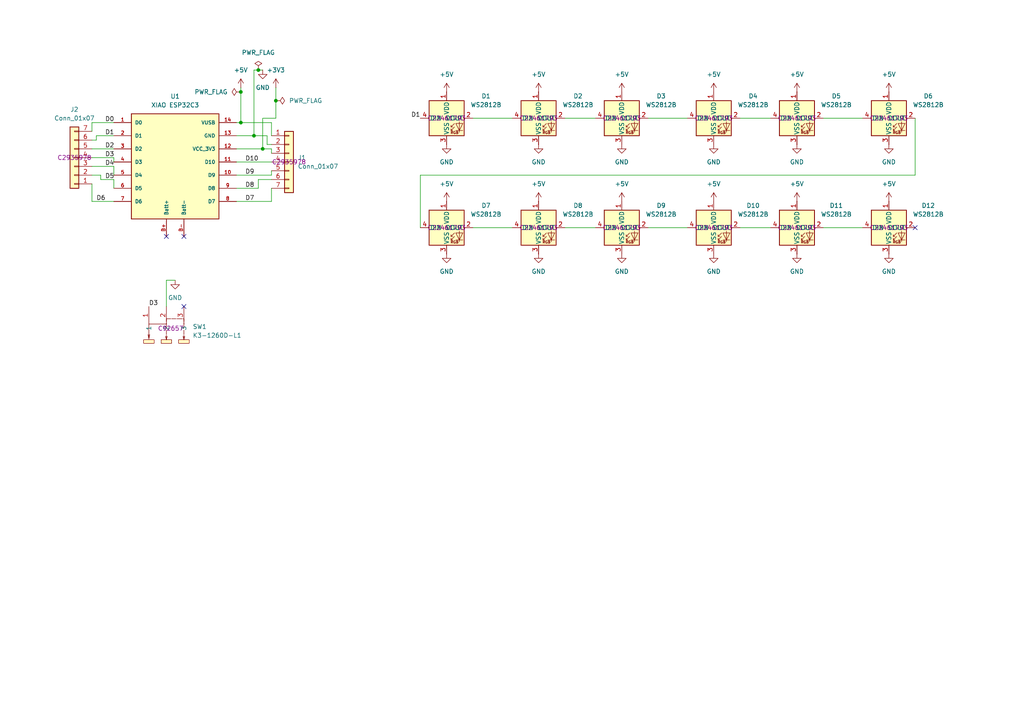
<source format=kicad_sch>
(kicad_sch
	(version 20241209)
	(generator "eeschema")
	(generator_version "8.99")
	(uuid "0a44db2d-47a7-45ed-9d96-105f15e8aa96")
	(paper "A4")
	(title_block
		(title "Fire Decoration")
		(rev "0")
	)
	(lib_symbols
		(symbol "Connector_Generic:Conn_01x07"
			(pin_names
				(offset 1.016)
				(hide yes)
			)
			(exclude_from_sim no)
			(in_bom yes)
			(on_board yes)
			(property "Reference" "J"
				(at 0 10.16 0)
				(effects
					(font
						(size 1.27 1.27)
					)
				)
			)
			(property "Value" "Conn_01x07"
				(at 0 -10.16 0)
				(effects
					(font
						(size 1.27 1.27)
					)
				)
			)
			(property "Footprint" ""
				(at 0 0 0)
				(effects
					(font
						(size 1.27 1.27)
					)
					(hide yes)
				)
			)
			(property "Datasheet" "~"
				(at 0 0 0)
				(effects
					(font
						(size 1.27 1.27)
					)
					(hide yes)
				)
			)
			(property "Description" "Generic connector, single row, 01x07, script generated (kicad-library-utils/schlib/autogen/connector/)"
				(at 0 0 0)
				(effects
					(font
						(size 1.27 1.27)
					)
					(hide yes)
				)
			)
			(property "ki_keywords" "connector"
				(at 0 0 0)
				(effects
					(font
						(size 1.27 1.27)
					)
					(hide yes)
				)
			)
			(property "ki_fp_filters" "Connector*:*_1x??_*"
				(at 0 0 0)
				(effects
					(font
						(size 1.27 1.27)
					)
					(hide yes)
				)
			)
			(symbol "Conn_01x07_1_1"
				(rectangle
					(start -1.27 8.89)
					(end 1.27 -8.89)
					(stroke
						(width 0.254)
						(type default)
					)
					(fill
						(type background)
					)
				)
				(rectangle
					(start -1.27 7.747)
					(end 0 7.493)
					(stroke
						(width 0.1524)
						(type default)
					)
					(fill
						(type none)
					)
				)
				(rectangle
					(start -1.27 5.207)
					(end 0 4.953)
					(stroke
						(width 0.1524)
						(type default)
					)
					(fill
						(type none)
					)
				)
				(rectangle
					(start -1.27 2.667)
					(end 0 2.413)
					(stroke
						(width 0.1524)
						(type default)
					)
					(fill
						(type none)
					)
				)
				(rectangle
					(start -1.27 0.127)
					(end 0 -0.127)
					(stroke
						(width 0.1524)
						(type default)
					)
					(fill
						(type none)
					)
				)
				(rectangle
					(start -1.27 -2.413)
					(end 0 -2.667)
					(stroke
						(width 0.1524)
						(type default)
					)
					(fill
						(type none)
					)
				)
				(rectangle
					(start -1.27 -4.953)
					(end 0 -5.207)
					(stroke
						(width 0.1524)
						(type default)
					)
					(fill
						(type none)
					)
				)
				(rectangle
					(start -1.27 -7.493)
					(end 0 -7.747)
					(stroke
						(width 0.1524)
						(type default)
					)
					(fill
						(type none)
					)
				)
				(pin passive line
					(at -5.08 7.62 0)
					(length 3.81)
					(name "Pin_1"
						(effects
							(font
								(size 1.27 1.27)
							)
						)
					)
					(number "1"
						(effects
							(font
								(size 1.27 1.27)
							)
						)
					)
				)
				(pin passive line
					(at -5.08 5.08 0)
					(length 3.81)
					(name "Pin_2"
						(effects
							(font
								(size 1.27 1.27)
							)
						)
					)
					(number "2"
						(effects
							(font
								(size 1.27 1.27)
							)
						)
					)
				)
				(pin passive line
					(at -5.08 2.54 0)
					(length 3.81)
					(name "Pin_3"
						(effects
							(font
								(size 1.27 1.27)
							)
						)
					)
					(number "3"
						(effects
							(font
								(size 1.27 1.27)
							)
						)
					)
				)
				(pin passive line
					(at -5.08 0 0)
					(length 3.81)
					(name "Pin_4"
						(effects
							(font
								(size 1.27 1.27)
							)
						)
					)
					(number "4"
						(effects
							(font
								(size 1.27 1.27)
							)
						)
					)
				)
				(pin passive line
					(at -5.08 -2.54 0)
					(length 3.81)
					(name "Pin_5"
						(effects
							(font
								(size 1.27 1.27)
							)
						)
					)
					(number "5"
						(effects
							(font
								(size 1.27 1.27)
							)
						)
					)
				)
				(pin passive line
					(at -5.08 -5.08 0)
					(length 3.81)
					(name "Pin_6"
						(effects
							(font
								(size 1.27 1.27)
							)
						)
					)
					(number "6"
						(effects
							(font
								(size 1.27 1.27)
							)
						)
					)
				)
				(pin passive line
					(at -5.08 -7.62 0)
					(length 3.81)
					(name "Pin_7"
						(effects
							(font
								(size 1.27 1.27)
							)
						)
					)
					(number "7"
						(effects
							(font
								(size 1.27 1.27)
							)
						)
					)
				)
			)
			(embedded_fonts no)
		)
		(symbol "LED:WS2812B"
			(pin_names
				(offset 0.254)
			)
			(exclude_from_sim no)
			(in_bom yes)
			(on_board yes)
			(property "Reference" "D"
				(at 5.08 5.715 0)
				(effects
					(font
						(size 1.27 1.27)
					)
					(justify right bottom)
				)
			)
			(property "Value" "WS2812B"
				(at 1.27 -5.715 0)
				(effects
					(font
						(size 1.27 1.27)
					)
					(justify left top)
				)
			)
			(property "Footprint" "LED_SMD:LED_WS2812B_PLCC4_5.0x5.0mm_P3.2mm"
				(at 1.27 -7.62 0)
				(effects
					(font
						(size 1.27 1.27)
					)
					(justify left top)
					(hide yes)
				)
			)
			(property "Datasheet" "https://cdn-shop.adafruit.com/datasheets/WS2812B.pdf"
				(at 2.54 -9.525 0)
				(effects
					(font
						(size 1.27 1.27)
					)
					(justify left top)
					(hide yes)
				)
			)
			(property "Description" "RGB LED with integrated controller"
				(at 0 0 0)
				(effects
					(font
						(size 1.27 1.27)
					)
					(hide yes)
				)
			)
			(property "ki_keywords" "RGB LED NeoPixel addressable"
				(at 0 0 0)
				(effects
					(font
						(size 1.27 1.27)
					)
					(hide yes)
				)
			)
			(property "ki_fp_filters" "LED*WS2812*PLCC*5.0x5.0mm*P3.2mm*"
				(at 0 0 0)
				(effects
					(font
						(size 1.27 1.27)
					)
					(hide yes)
				)
			)
			(symbol "WS2812B_0_0"
				(text "RGB"
					(at 2.286 -4.191 0)
					(effects
						(font
							(size 0.762 0.762)
						)
					)
				)
			)
			(symbol "WS2812B_0_1"
				(polyline
					(pts
						(xy 1.27 -2.54) (xy 1.778 -2.54)
					)
					(stroke
						(width 0)
						(type default)
					)
					(fill
						(type none)
					)
				)
				(polyline
					(pts
						(xy 1.27 -3.556) (xy 1.778 -3.556)
					)
					(stroke
						(width 0)
						(type default)
					)
					(fill
						(type none)
					)
				)
				(polyline
					(pts
						(xy 2.286 -1.524) (xy 1.27 -2.54) (xy 1.27 -2.032)
					)
					(stroke
						(width 0)
						(type default)
					)
					(fill
						(type none)
					)
				)
				(polyline
					(pts
						(xy 2.286 -2.54) (xy 1.27 -3.556) (xy 1.27 -3.048)
					)
					(stroke
						(width 0)
						(type default)
					)
					(fill
						(type none)
					)
				)
				(polyline
					(pts
						(xy 3.683 -1.016) (xy 3.683 -3.556) (xy 3.683 -4.064)
					)
					(stroke
						(width 0)
						(type default)
					)
					(fill
						(type none)
					)
				)
				(polyline
					(pts
						(xy 4.699 -1.524) (xy 2.667 -1.524) (xy 3.683 -3.556) (xy 4.699 -1.524)
					)
					(stroke
						(width 0)
						(type default)
					)
					(fill
						(type none)
					)
				)
				(polyline
					(pts
						(xy 4.699 -3.556) (xy 2.667 -3.556)
					)
					(stroke
						(width 0)
						(type default)
					)
					(fill
						(type none)
					)
				)
				(rectangle
					(start 5.08 5.08)
					(end -5.08 -5.08)
					(stroke
						(width 0.254)
						(type default)
					)
					(fill
						(type background)
					)
				)
			)
			(symbol "WS2812B_1_1"
				(pin input line
					(at -7.62 0 0)
					(length 2.54)
					(name "DIN"
						(effects
							(font
								(size 1.27 1.27)
							)
						)
					)
					(number "4"
						(effects
							(font
								(size 1.27 1.27)
							)
						)
					)
				)
				(pin power_in line
					(at 0 7.62 270)
					(length 2.54)
					(name "VDD"
						(effects
							(font
								(size 1.27 1.27)
							)
						)
					)
					(number "1"
						(effects
							(font
								(size 1.27 1.27)
							)
						)
					)
				)
				(pin power_in line
					(at 0 -7.62 90)
					(length 2.54)
					(name "VSS"
						(effects
							(font
								(size 1.27 1.27)
							)
						)
					)
					(number "3"
						(effects
							(font
								(size 1.27 1.27)
							)
						)
					)
				)
				(pin output line
					(at 7.62 0 180)
					(length 2.54)
					(name "DOUT"
						(effects
							(font
								(size 1.27 1.27)
							)
						)
					)
					(number "2"
						(effects
							(font
								(size 1.27 1.27)
							)
						)
					)
				)
			)
			(embedded_fonts no)
		)
		(symbol "Xiao_ESP32C3:XIAO ESP32C3"
			(pin_names
				(offset 1.016)
			)
			(exclude_from_sim no)
			(in_bom yes)
			(on_board yes)
			(property "Reference" "U"
				(at -12.7 16.002 0)
				(effects
					(font
						(size 1.27 1.27)
					)
					(justify left bottom)
				)
			)
			(property "Value" "XIAO ESP32C3"
				(at 7.62 -19.05 0)
				(effects
					(font
						(size 1.27 1.27)
					)
					(justify left bottom)
				)
			)
			(property "Footprint" "XIAO_ESP32C3:xiao_esp32c3"
				(at 1.27 21.59 0)
				(effects
					(font
						(size 1.27 1.27)
					)
					(justify bottom)
					(hide yes)
				)
			)
			(property "Datasheet" "https://files.seeedstudio.com/wiki/Seeed-Studio-XIAO-ESP32/esp32-c3_datasheet.pdf"
				(at 0 -31.75 0)
				(effects
					(font
						(size 1.27 1.27)
					)
					(hide yes)
				)
			)
			(property "Description" "ESP32C3 Transceiver Evaluation Board"
				(at 1.27 19.05 0)
				(effects
					(font
						(size 1.27 1.27)
					)
					(justify bottom)
					(hide yes)
				)
			)
			(property "MANUFACTURER" "Seeed Technology"
				(at 1.27 24.13 0)
				(effects
					(font
						(size 1.27 1.27)
					)
					(justify bottom)
					(hide yes)
				)
			)
			(property "ki_keywords" "ESP32 C3 XIAO"
				(at 0 0 0)
				(effects
					(font
						(size 1.27 1.27)
					)
					(hide yes)
				)
			)
			(symbol "XIAO ESP32C3_0_0"
				(rectangle
					(start -12.7 15.24)
					(end 12.7 -15.24)
					(stroke
						(width 0.254)
						(type default)
					)
					(fill
						(type background)
					)
				)
				(pin bidirectional line
					(at -17.78 12.7 0)
					(length 5.08)
					(name "D0"
						(effects
							(font
								(size 1.016 1.016)
							)
						)
					)
					(number "1"
						(effects
							(font
								(size 1.016 1.016)
							)
						)
					)
				)
				(pin bidirectional line
					(at -17.78 8.89 0)
					(length 5.08)
					(name "D1"
						(effects
							(font
								(size 1.016 1.016)
							)
						)
					)
					(number "2"
						(effects
							(font
								(size 1.016 1.016)
							)
						)
					)
				)
				(pin bidirectional line
					(at -17.78 5.08 0)
					(length 5.08)
					(name "D2"
						(effects
							(font
								(size 1.016 1.016)
							)
						)
					)
					(number "3"
						(effects
							(font
								(size 1.016 1.016)
							)
						)
					)
				)
				(pin bidirectional line
					(at -17.78 1.27 0)
					(length 5.08)
					(name "D3"
						(effects
							(font
								(size 1.016 1.016)
							)
						)
					)
					(number "4"
						(effects
							(font
								(size 1.016 1.016)
							)
						)
					)
				)
				(pin bidirectional line
					(at -17.78 -2.54 0)
					(length 5.08)
					(name "D4"
						(effects
							(font
								(size 1.016 1.016)
							)
						)
					)
					(number "5"
						(effects
							(font
								(size 1.016 1.016)
							)
						)
					)
				)
				(pin bidirectional line
					(at -17.78 -6.35 0)
					(length 5.08)
					(name "D5"
						(effects
							(font
								(size 1.016 1.016)
							)
						)
					)
					(number "6"
						(effects
							(font
								(size 1.016 1.016)
							)
						)
					)
				)
				(pin power_in line
					(at 17.78 12.7 180)
					(length 5.08)
					(name "VUSB"
						(effects
							(font
								(size 1.016 1.016)
							)
						)
					)
					(number "14"
						(effects
							(font
								(size 1.016 1.016)
							)
						)
					)
				)
				(pin power_in line
					(at 17.78 8.89 180)
					(length 5.08)
					(name "GND"
						(effects
							(font
								(size 1.016 1.016)
							)
						)
					)
					(number "13"
						(effects
							(font
								(size 1.016 1.016)
							)
						)
					)
				)
				(pin power_in line
					(at 17.78 5.08 180)
					(length 5.08)
					(name "VCC_3V3"
						(effects
							(font
								(size 1.016 1.016)
							)
						)
					)
					(number "12"
						(effects
							(font
								(size 1.016 1.016)
							)
						)
					)
				)
				(pin bidirectional line
					(at 17.78 1.27 180)
					(length 5.08)
					(name "D10"
						(effects
							(font
								(size 1.016 1.016)
							)
						)
					)
					(number "11"
						(effects
							(font
								(size 1.016 1.016)
							)
						)
					)
				)
				(pin bidirectional line
					(at 17.78 -2.54 180)
					(length 5.08)
					(name "D9"
						(effects
							(font
								(size 1.016 1.016)
							)
						)
					)
					(number "10"
						(effects
							(font
								(size 1.016 1.016)
							)
						)
					)
				)
				(pin bidirectional line
					(at 17.78 -6.35 180)
					(length 5.08)
					(name "D8"
						(effects
							(font
								(size 1.016 1.016)
							)
						)
					)
					(number "9"
						(effects
							(font
								(size 1.016 1.016)
							)
						)
					)
				)
			)
			(symbol "XIAO ESP32C3_1_0"
				(pin bidirectional line
					(at -17.78 -10.16 0)
					(length 5.08)
					(name "D6"
						(effects
							(font
								(size 1.016 1.016)
							)
						)
					)
					(number "7"
						(effects
							(font
								(size 1.016 1.016)
							)
						)
					)
				)
				(pin power_in line
					(at -2.54 -20.32 90)
					(length 5.08)
					(name "Batt+"
						(effects
							(font
								(size 1.016 1.016)
							)
						)
					)
					(number "B+"
						(effects
							(font
								(size 1.016 1.016)
							)
						)
					)
				)
				(pin power_in line
					(at 2.54 -20.32 90)
					(length 5.08)
					(name "Batt-"
						(effects
							(font
								(size 1.016 1.016)
							)
						)
					)
					(number "B-"
						(effects
							(font
								(size 1.016 1.016)
							)
						)
					)
				)
				(pin bidirectional line
					(at 17.78 -10.16 180)
					(length 5.08)
					(name "D7"
						(effects
							(font
								(size 1.016 1.016)
							)
						)
					)
					(number "8"
						(effects
							(font
								(size 1.016 1.016)
							)
						)
					)
				)
			)
			(embedded_fonts no)
		)
		(symbol "easyeda2kicad:K3-1260D-L1"
			(exclude_from_sim no)
			(in_bom yes)
			(on_board yes)
			(property "Reference" "SW"
				(at 0 11.43 0)
				(effects
					(font
						(size 1.27 1.27)
					)
				)
			)
			(property "Value" "K3-1260D-L1"
				(at 0 1.27 0)
				(effects
					(font
						(size 1.27 1.27)
					)
				)
			)
			(property "Footprint" "easyeda2kicad:SW-TH_K3-1260D-L1"
				(at 0 -1.27 0)
				(effects
					(font
						(size 1.27 1.27)
					)
					(hide yes)
				)
			)
			(property "Datasheet" "https://lcsc.com/product-detail/Toggle-Switches_9-0mm-3-6mm_C92657.html"
				(at 0 -3.81 0)
				(effects
					(font
						(size 1.27 1.27)
					)
					(hide yes)
				)
			)
			(property "Description" ""
				(at 0 0 0)
				(effects
					(font
						(size 1.27 1.27)
					)
					(hide yes)
				)
			)
			(property "LCSC Part" "C92657"
				(at 0 -6.35 0)
				(effects
					(font
						(size 1.27 1.27)
					)
					(hide yes)
				)
			)
			(symbol "K3-1260D-L1_0_1"
				(rectangle
					(start -7.87 -3.3)
					(end -4.83 -4.32)
					(stroke
						(width 0)
						(type default)
					)
					(fill
						(type background)
					)
				)
				(polyline
					(pts
						(xy -6.35 -3.05) (xy -6.6 -1.78)
					)
					(stroke
						(width 0)
						(type default)
					)
					(fill
						(type none)
					)
				)
				(rectangle
					(start -2.79 -3.3)
					(end 0.25 -4.32)
					(stroke
						(width 0)
						(type default)
					)
					(fill
						(type background)
					)
				)
				(polyline
					(pts
						(xy -1.27 2.03) (xy -1.27 2.79) (xy 0 2.79)
					)
					(stroke
						(width 0)
						(type default)
					)
					(fill
						(type none)
					)
				)
				(polyline
					(pts
						(xy -1.27 1.27) (xy -6.35 1.27) (xy -6.35 -3.05) (xy -6.1 -1.78)
					)
					(stroke
						(width 0)
						(type default)
					)
					(fill
						(type none)
					)
				)
				(polyline
					(pts
						(xy -1.27 0) (xy -1.27 1.52)
					)
					(stroke
						(width 0)
						(type default)
					)
					(fill
						(type none)
					)
				)
				(polyline
					(pts
						(xy -1.27 -1.78) (xy -1.27 -0.51)
					)
					(stroke
						(width 0)
						(type default)
					)
					(fill
						(type none)
					)
				)
				(polyline
					(pts
						(xy -1.27 -3.3) (xy -1.02 -2.29)
					)
					(stroke
						(width 0)
						(type default)
					)
					(fill
						(type none)
					)
				)
				(polyline
					(pts
						(xy -1.27 -3.3) (xy -1.27 -2.03)
					)
					(stroke
						(width 0)
						(type default)
					)
					(fill
						(type none)
					)
				)
				(polyline
					(pts
						(xy -1.27 -3.3) (xy -1.52 -2.29)
					)
					(stroke
						(width 0)
						(type default)
					)
					(fill
						(type none)
					)
				)
				(polyline
					(pts
						(xy 0.25 2.79) (xy 1.52 2.79)
					)
					(stroke
						(width 0)
						(type default)
					)
					(fill
						(type none)
					)
				)
				(polyline
					(pts
						(xy 1.78 2.79) (xy 3.3 2.79)
					)
					(stroke
						(width 0)
						(type default)
					)
					(fill
						(type none)
					)
				)
				(rectangle
					(start 2.29 -3.3)
					(end 5.33 -4.32)
					(stroke
						(width 0)
						(type default)
					)
					(fill
						(type background)
					)
				)
				(polyline
					(pts
						(xy 3.56 2.79) (xy 3.81 2.79) (xy 3.81 2.03)
					)
					(stroke
						(width 0)
						(type default)
					)
					(fill
						(type none)
					)
				)
				(polyline
					(pts
						(xy 3.81 1.52) (xy 3.81 0)
					)
					(stroke
						(width 0)
						(type default)
					)
					(fill
						(type none)
					)
				)
				(polyline
					(pts
						(xy 3.81 -0.51) (xy 3.81 -1.78)
					)
					(stroke
						(width 0)
						(type default)
					)
					(fill
						(type none)
					)
				)
				(polyline
					(pts
						(xy 3.81 -2.03) (xy 3.81 -3.3) (xy 4.06 -2.29)
					)
					(stroke
						(width 0)
						(type default)
					)
					(fill
						(type none)
					)
				)
				(polyline
					(pts
						(xy 3.81 -3.3) (xy 3.56 -2.29)
					)
					(stroke
						(width 0)
						(type default)
					)
					(fill
						(type none)
					)
				)
				(pin unspecified line
					(at -6.35 6.35 270)
					(length 5.08)
					(name "1"
						(effects
							(font
								(size 1.27 1.27)
							)
						)
					)
					(number "1"
						(effects
							(font
								(size 1.27 1.27)
							)
						)
					)
				)
				(pin unspecified line
					(at -1.27 6.35 270)
					(length 5.08)
					(name "2"
						(effects
							(font
								(size 1.27 1.27)
							)
						)
					)
					(number "2"
						(effects
							(font
								(size 1.27 1.27)
							)
						)
					)
				)
				(pin unspecified line
					(at 3.81 6.35 270)
					(length 5.08)
					(name "3"
						(effects
							(font
								(size 1.27 1.27)
							)
						)
					)
					(number "3"
						(effects
							(font
								(size 1.27 1.27)
							)
						)
					)
				)
			)
			(embedded_fonts no)
		)
		(symbol "power:+3V3"
			(power)
			(pin_numbers
				(hide yes)
			)
			(pin_names
				(offset 0)
				(hide yes)
			)
			(exclude_from_sim no)
			(in_bom yes)
			(on_board yes)
			(property "Reference" "#PWR"
				(at 0 -3.81 0)
				(effects
					(font
						(size 1.27 1.27)
					)
					(hide yes)
				)
			)
			(property "Value" "+3V3"
				(at 0 3.556 0)
				(effects
					(font
						(size 1.27 1.27)
					)
				)
			)
			(property "Footprint" ""
				(at 0 0 0)
				(effects
					(font
						(size 1.27 1.27)
					)
					(hide yes)
				)
			)
			(property "Datasheet" ""
				(at 0 0 0)
				(effects
					(font
						(size 1.27 1.27)
					)
					(hide yes)
				)
			)
			(property "Description" "Power symbol creates a global label with name \"+3V3\""
				(at 0 0 0)
				(effects
					(font
						(size 1.27 1.27)
					)
					(hide yes)
				)
			)
			(property "ki_keywords" "global power"
				(at 0 0 0)
				(effects
					(font
						(size 1.27 1.27)
					)
					(hide yes)
				)
			)
			(symbol "+3V3_0_1"
				(polyline
					(pts
						(xy -0.762 1.27) (xy 0 2.54)
					)
					(stroke
						(width 0)
						(type default)
					)
					(fill
						(type none)
					)
				)
				(polyline
					(pts
						(xy 0 2.54) (xy 0.762 1.27)
					)
					(stroke
						(width 0)
						(type default)
					)
					(fill
						(type none)
					)
				)
				(polyline
					(pts
						(xy 0 0) (xy 0 2.54)
					)
					(stroke
						(width 0)
						(type default)
					)
					(fill
						(type none)
					)
				)
			)
			(symbol "+3V3_1_1"
				(pin power_in line
					(at 0 0 90)
					(length 0)
					(name "~"
						(effects
							(font
								(size 1.27 1.27)
							)
						)
					)
					(number "1"
						(effects
							(font
								(size 1.27 1.27)
							)
						)
					)
				)
			)
			(embedded_fonts no)
		)
		(symbol "power:+5V"
			(power)
			(pin_numbers
				(hide yes)
			)
			(pin_names
				(offset 0)
				(hide yes)
			)
			(exclude_from_sim no)
			(in_bom yes)
			(on_board yes)
			(property "Reference" "#PWR"
				(at 0 -3.81 0)
				(effects
					(font
						(size 1.27 1.27)
					)
					(hide yes)
				)
			)
			(property "Value" "+5V"
				(at 0 3.556 0)
				(effects
					(font
						(size 1.27 1.27)
					)
				)
			)
			(property "Footprint" ""
				(at 0 0 0)
				(effects
					(font
						(size 1.27 1.27)
					)
					(hide yes)
				)
			)
			(property "Datasheet" ""
				(at 0 0 0)
				(effects
					(font
						(size 1.27 1.27)
					)
					(hide yes)
				)
			)
			(property "Description" "Power symbol creates a global label with name \"+5V\""
				(at 0 0 0)
				(effects
					(font
						(size 1.27 1.27)
					)
					(hide yes)
				)
			)
			(property "ki_keywords" "global power"
				(at 0 0 0)
				(effects
					(font
						(size 1.27 1.27)
					)
					(hide yes)
				)
			)
			(symbol "+5V_0_1"
				(polyline
					(pts
						(xy -0.762 1.27) (xy 0 2.54)
					)
					(stroke
						(width 0)
						(type default)
					)
					(fill
						(type none)
					)
				)
				(polyline
					(pts
						(xy 0 2.54) (xy 0.762 1.27)
					)
					(stroke
						(width 0)
						(type default)
					)
					(fill
						(type none)
					)
				)
				(polyline
					(pts
						(xy 0 0) (xy 0 2.54)
					)
					(stroke
						(width 0)
						(type default)
					)
					(fill
						(type none)
					)
				)
			)
			(symbol "+5V_1_1"
				(pin power_in line
					(at 0 0 90)
					(length 0)
					(name "~"
						(effects
							(font
								(size 1.27 1.27)
							)
						)
					)
					(number "1"
						(effects
							(font
								(size 1.27 1.27)
							)
						)
					)
				)
			)
			(embedded_fonts no)
		)
		(symbol "power:GND"
			(power)
			(pin_numbers
				(hide yes)
			)
			(pin_names
				(offset 0)
				(hide yes)
			)
			(exclude_from_sim no)
			(in_bom yes)
			(on_board yes)
			(property "Reference" "#PWR"
				(at 0 -6.35 0)
				(effects
					(font
						(size 1.27 1.27)
					)
					(hide yes)
				)
			)
			(property "Value" "GND"
				(at 0 -3.81 0)
				(effects
					(font
						(size 1.27 1.27)
					)
				)
			)
			(property "Footprint" ""
				(at 0 0 0)
				(effects
					(font
						(size 1.27 1.27)
					)
					(hide yes)
				)
			)
			(property "Datasheet" ""
				(at 0 0 0)
				(effects
					(font
						(size 1.27 1.27)
					)
					(hide yes)
				)
			)
			(property "Description" "Power symbol creates a global label with name \"GND\" , ground"
				(at 0 0 0)
				(effects
					(font
						(size 1.27 1.27)
					)
					(hide yes)
				)
			)
			(property "ki_keywords" "global power"
				(at 0 0 0)
				(effects
					(font
						(size 1.27 1.27)
					)
					(hide yes)
				)
			)
			(symbol "GND_0_1"
				(polyline
					(pts
						(xy 0 0) (xy 0 -1.27) (xy 1.27 -1.27) (xy 0 -2.54) (xy -1.27 -1.27) (xy 0 -1.27)
					)
					(stroke
						(width 0)
						(type default)
					)
					(fill
						(type none)
					)
				)
			)
			(symbol "GND_1_1"
				(pin power_in line
					(at 0 0 270)
					(length 0)
					(name "~"
						(effects
							(font
								(size 1.27 1.27)
							)
						)
					)
					(number "1"
						(effects
							(font
								(size 1.27 1.27)
							)
						)
					)
				)
			)
			(embedded_fonts no)
		)
		(symbol "power:PWR_FLAG"
			(power)
			(pin_numbers
				(hide yes)
			)
			(pin_names
				(offset 0)
				(hide yes)
			)
			(exclude_from_sim no)
			(in_bom yes)
			(on_board yes)
			(property "Reference" "#FLG"
				(at 0 1.905 0)
				(effects
					(font
						(size 1.27 1.27)
					)
					(hide yes)
				)
			)
			(property "Value" "PWR_FLAG"
				(at 0 3.81 0)
				(effects
					(font
						(size 1.27 1.27)
					)
				)
			)
			(property "Footprint" ""
				(at 0 0 0)
				(effects
					(font
						(size 1.27 1.27)
					)
					(hide yes)
				)
			)
			(property "Datasheet" "~"
				(at 0 0 0)
				(effects
					(font
						(size 1.27 1.27)
					)
					(hide yes)
				)
			)
			(property "Description" "Special symbol for telling ERC where power comes from"
				(at 0 0 0)
				(effects
					(font
						(size 1.27 1.27)
					)
					(hide yes)
				)
			)
			(property "ki_keywords" "flag power"
				(at 0 0 0)
				(effects
					(font
						(size 1.27 1.27)
					)
					(hide yes)
				)
			)
			(symbol "PWR_FLAG_0_0"
				(pin power_out line
					(at 0 0 90)
					(length 0)
					(name "~"
						(effects
							(font
								(size 1.27 1.27)
							)
						)
					)
					(number "1"
						(effects
							(font
								(size 1.27 1.27)
							)
						)
					)
				)
			)
			(symbol "PWR_FLAG_0_1"
				(polyline
					(pts
						(xy 0 0) (xy 0 1.27) (xy -1.016 1.905) (xy 0 2.54) (xy 1.016 1.905) (xy 0 1.27)
					)
					(stroke
						(width 0)
						(type default)
					)
					(fill
						(type none)
					)
				)
			)
			(embedded_fonts no)
		)
	)
	(junction
		(at 73.66 39.37)
		(diameter 0)
		(color 0 0 0 0)
		(uuid "1049eeff-e27a-4a64-b3ef-a82140b23f98")
	)
	(junction
		(at 74.93 20.32)
		(diameter 0)
		(color 0 0 0 0)
		(uuid "1e1d6f23-3317-4be2-ae70-1a7f46b71bde")
	)
	(junction
		(at 69.85 35.56)
		(diameter 0)
		(color 0 0 0 0)
		(uuid "275e2c48-bca6-47ff-b8fa-f8d4aab908a0")
	)
	(junction
		(at 69.85 26.67)
		(diameter 0)
		(color 0 0 0 0)
		(uuid "5c016316-0ed5-4875-9b16-a4d5db1c1740")
	)
	(junction
		(at 80.01 29.21)
		(diameter 0)
		(color 0 0 0 0)
		(uuid "874d000a-b713-4388-8755-600758529edd")
	)
	(junction
		(at 76.2 43.18)
		(diameter 0)
		(color 0 0 0 0)
		(uuid "d994ac9b-41f7-48e3-8cbb-ff611b41ee1b")
	)
	(no_connect
		(at 53.34 68.58)
		(uuid "0ba97ce1-9ab2-443e-9bc2-2849f749ef63")
	)
	(no_connect
		(at 265.43 66.04)
		(uuid "2c2be6ea-57ba-4b5e-a77d-56853b3a584b")
	)
	(no_connect
		(at 53.34 88.9)
		(uuid "558736e2-19f5-4d34-9efc-8c8037a3cef5")
	)
	(no_connect
		(at 48.26 68.58)
		(uuid "cec0150d-b683-4011-b805-0bfd69e84db9")
	)
	(wire
		(pts
			(xy 68.58 54.61) (xy 74.93 54.61)
		)
		(stroke
			(width 0)
			(type default)
		)
		(uuid "096e2190-58b2-49b6-911b-948fb09be3db")
	)
	(wire
		(pts
			(xy 74.93 20.32) (xy 73.66 20.32)
		)
		(stroke
			(width 0)
			(type default)
		)
		(uuid "1f75d043-5476-4c76-a1d5-7abb838d554b")
	)
	(wire
		(pts
			(xy 33.02 39.37) (xy 27.94 39.37)
		)
		(stroke
			(width 0)
			(type default)
		)
		(uuid "202aae31-74d7-4400-96f7-02d5b8b39063")
	)
	(wire
		(pts
			(xy 68.58 58.42) (xy 78.74 58.42)
		)
		(stroke
			(width 0)
			(type default)
		)
		(uuid "27498f38-70fc-4324-a5cb-2e877682bb16")
	)
	(wire
		(pts
			(xy 163.83 66.04) (xy 172.72 66.04)
		)
		(stroke
			(width 0)
			(type default)
		)
		(uuid "2d22d265-8ffd-43ef-ada9-9e648309e1ac")
	)
	(wire
		(pts
			(xy 29.21 50.8) (xy 26.67 50.8)
		)
		(stroke
			(width 0)
			(type default)
		)
		(uuid "30f2eaff-dd96-42af-93db-9f7515b81c97")
	)
	(wire
		(pts
			(xy 80.01 25.4) (xy 80.01 29.21)
		)
		(stroke
			(width 0)
			(type default)
		)
		(uuid "3abd7497-6c4d-4e2a-aa60-7f2527378bf0")
	)
	(wire
		(pts
			(xy 74.93 52.07) (xy 78.74 52.07)
		)
		(stroke
			(width 0)
			(type default)
		)
		(uuid "3b1f7776-fc2b-46a0-8cb0-4023e0c938f8")
	)
	(wire
		(pts
			(xy 77.47 39.37) (xy 77.47 41.91)
		)
		(stroke
			(width 0)
			(type default)
		)
		(uuid "3c4e1be0-e270-426c-8e08-e66f7b51d3c7")
	)
	(wire
		(pts
			(xy 26.67 58.42) (xy 26.67 53.34)
		)
		(stroke
			(width 0)
			(type default)
		)
		(uuid "3d397a7a-8add-45c9-aeb6-bd1e3b9f8035")
	)
	(wire
		(pts
			(xy 80.01 29.21) (xy 80.01 34.29)
		)
		(stroke
			(width 0)
			(type default)
		)
		(uuid "3fad4304-5906-4190-abdf-055518dd4121")
	)
	(wire
		(pts
			(xy 33.02 48.26) (xy 33.02 50.8)
		)
		(stroke
			(width 0)
			(type default)
		)
		(uuid "4bcb09e3-8852-4089-9059-93bdc70a2799")
	)
	(wire
		(pts
			(xy 26.67 45.72) (xy 33.02 45.72)
		)
		(stroke
			(width 0)
			(type default)
		)
		(uuid "4ca35a1c-c015-43ab-992b-04c473b5b495")
	)
	(wire
		(pts
			(xy 121.92 50.8) (xy 121.92 66.04)
		)
		(stroke
			(width 0)
			(type default)
		)
		(uuid "4eb04651-a68b-4c8e-87e1-21e547162b83")
	)
	(wire
		(pts
			(xy 26.67 38.1) (xy 26.67 35.56)
		)
		(stroke
			(width 0)
			(type default)
		)
		(uuid "4f638f27-3c41-4a2c-8889-34e324cbd76a")
	)
	(wire
		(pts
			(xy 73.66 39.37) (xy 77.47 39.37)
		)
		(stroke
			(width 0)
			(type default)
		)
		(uuid "530bbc21-217d-46cd-9e2d-2210ca900051")
	)
	(wire
		(pts
			(xy 76.2 20.32) (xy 74.93 20.32)
		)
		(stroke
			(width 0)
			(type default)
		)
		(uuid "5652b4da-e213-4b11-aa4d-c76148b5deca")
	)
	(wire
		(pts
			(xy 73.66 20.32) (xy 73.66 39.37)
		)
		(stroke
			(width 0)
			(type default)
		)
		(uuid "5d6b9d62-729b-4aa6-b0aa-2d2d08b81341")
	)
	(wire
		(pts
			(xy 29.21 52.07) (xy 29.21 50.8)
		)
		(stroke
			(width 0)
			(type default)
		)
		(uuid "5f0b7d1d-3617-415b-b84f-32fbe8bbc9c6")
	)
	(wire
		(pts
			(xy 26.67 43.18) (xy 33.02 43.18)
		)
		(stroke
			(width 0)
			(type default)
		)
		(uuid "62c50ef7-9e3d-40be-9822-9d3d30c9c259")
	)
	(wire
		(pts
			(xy 69.85 25.4) (xy 69.85 26.67)
		)
		(stroke
			(width 0)
			(type default)
		)
		(uuid "6dea2548-da38-4955-986e-321cd22ff861")
	)
	(wire
		(pts
			(xy 48.26 81.28) (xy 48.26 88.9)
		)
		(stroke
			(width 0)
			(type default)
		)
		(uuid "724277c3-667a-42eb-9762-e05194185fb4")
	)
	(wire
		(pts
			(xy 137.16 34.29) (xy 148.59 34.29)
		)
		(stroke
			(width 0)
			(type default)
		)
		(uuid "72da3a5e-4ecd-484d-8b2f-6f780d5e6e73")
	)
	(wire
		(pts
			(xy 26.67 48.26) (xy 33.02 48.26)
		)
		(stroke
			(width 0)
			(type default)
		)
		(uuid "7330f6bb-9896-47ef-809e-ceea4e2ef65b")
	)
	(wire
		(pts
			(xy 33.02 45.72) (xy 33.02 46.99)
		)
		(stroke
			(width 0)
			(type default)
		)
		(uuid "74dcc344-50bd-419b-b347-9f183c66496c")
	)
	(wire
		(pts
			(xy 265.43 50.8) (xy 121.92 50.8)
		)
		(stroke
			(width 0)
			(type default)
		)
		(uuid "75bab6e4-d30a-48de-9a45-c28d79d4343e")
	)
	(wire
		(pts
			(xy 68.58 46.99) (xy 78.74 46.99)
		)
		(stroke
			(width 0)
			(type default)
		)
		(uuid "7b2ec68c-3c4e-4e60-a80b-50a53043a162")
	)
	(wire
		(pts
			(xy 137.16 66.04) (xy 148.59 66.04)
		)
		(stroke
			(width 0)
			(type default)
		)
		(uuid "7dde112c-dab4-4cf9-8b22-4238a88d3204")
	)
	(wire
		(pts
			(xy 78.74 43.18) (xy 78.74 44.45)
		)
		(stroke
			(width 0)
			(type default)
		)
		(uuid "8317d146-8692-4703-9f50-d4c16195423a")
	)
	(wire
		(pts
			(xy 68.58 50.8) (xy 78.74 50.8)
		)
		(stroke
			(width 0)
			(type default)
		)
		(uuid "83f79e37-d039-4b4e-aec0-cdff7afe66b3")
	)
	(wire
		(pts
			(xy 214.63 66.04) (xy 223.52 66.04)
		)
		(stroke
			(width 0)
			(type default)
		)
		(uuid "843a5942-97a5-4a58-98d8-154785bd0e76")
	)
	(wire
		(pts
			(xy 68.58 43.18) (xy 76.2 43.18)
		)
		(stroke
			(width 0)
			(type default)
		)
		(uuid "8626bfa5-4f62-4387-9b9e-4275d6e8799d")
	)
	(wire
		(pts
			(xy 187.96 66.04) (xy 199.39 66.04)
		)
		(stroke
			(width 0)
			(type default)
		)
		(uuid "883e14b6-f386-4ccd-81b0-084ce17e32db")
	)
	(wire
		(pts
			(xy 74.93 54.61) (xy 74.93 52.07)
		)
		(stroke
			(width 0)
			(type default)
		)
		(uuid "8a30aad6-95ae-422c-86ba-ff16936cb709")
	)
	(wire
		(pts
			(xy 68.58 35.56) (xy 69.85 35.56)
		)
		(stroke
			(width 0)
			(type default)
		)
		(uuid "8cc8dba7-b466-494f-90f3-a686b195dcdd")
	)
	(wire
		(pts
			(xy 68.58 39.37) (xy 73.66 39.37)
		)
		(stroke
			(width 0)
			(type default)
		)
		(uuid "8e1e8861-b80f-4171-89de-d6ca82aaceb7")
	)
	(wire
		(pts
			(xy 76.2 43.18) (xy 78.74 43.18)
		)
		(stroke
			(width 0)
			(type default)
		)
		(uuid "8f3e27ef-4622-4480-9411-1c469df8d502")
	)
	(wire
		(pts
			(xy 80.01 34.29) (xy 76.2 34.29)
		)
		(stroke
			(width 0)
			(type default)
		)
		(uuid "929c2aa1-bedd-4781-9aa1-942e85b63f51")
	)
	(wire
		(pts
			(xy 187.96 34.29) (xy 199.39 34.29)
		)
		(stroke
			(width 0)
			(type default)
		)
		(uuid "9534e91c-924a-48c8-8483-ed0b48b3da4f")
	)
	(wire
		(pts
			(xy 29.21 52.07) (xy 33.02 52.07)
		)
		(stroke
			(width 0)
			(type default)
		)
		(uuid "96da6e4b-e166-4d4b-99ee-3f2b5a8b4a5e")
	)
	(wire
		(pts
			(xy 77.47 41.91) (xy 78.74 41.91)
		)
		(stroke
			(width 0)
			(type default)
		)
		(uuid "9d85d7a7-4bf2-4794-8209-feca87a5e8de")
	)
	(wire
		(pts
			(xy 69.85 35.56) (xy 78.74 35.56)
		)
		(stroke
			(width 0)
			(type default)
		)
		(uuid "9dc6874f-ecf1-40ce-80d5-496e634f50e3")
	)
	(wire
		(pts
			(xy 33.02 52.07) (xy 33.02 54.61)
		)
		(stroke
			(width 0)
			(type default)
		)
		(uuid "a4c3957e-5ded-42e4-b35a-19f8dbaa2f00")
	)
	(wire
		(pts
			(xy 163.83 34.29) (xy 172.72 34.29)
		)
		(stroke
			(width 0)
			(type default)
		)
		(uuid "a774338f-67c8-4b73-9c31-9c1d23da95ac")
	)
	(wire
		(pts
			(xy 50.8 81.28) (xy 48.26 81.28)
		)
		(stroke
			(width 0)
			(type default)
		)
		(uuid "c482c9d3-c79c-4e89-8404-83a0a11fd107")
	)
	(wire
		(pts
			(xy 78.74 58.42) (xy 78.74 54.61)
		)
		(stroke
			(width 0)
			(type default)
		)
		(uuid "cad10a93-c437-46ee-b668-fbbd14630c53")
	)
	(wire
		(pts
			(xy 76.2 34.29) (xy 76.2 43.18)
		)
		(stroke
			(width 0)
			(type default)
		)
		(uuid "cbc60917-2684-48aa-9f36-1ed0cdc041ae")
	)
	(wire
		(pts
			(xy 214.63 34.29) (xy 223.52 34.29)
		)
		(stroke
			(width 0)
			(type default)
		)
		(uuid "cfd70dbc-422c-4137-873d-9405d21322d6")
	)
	(wire
		(pts
			(xy 78.74 35.56) (xy 78.74 39.37)
		)
		(stroke
			(width 0)
			(type default)
		)
		(uuid "d2b3c20e-1704-4894-8182-037759646f9f")
	)
	(wire
		(pts
			(xy 26.67 35.56) (xy 33.02 35.56)
		)
		(stroke
			(width 0)
			(type default)
		)
		(uuid "d4cd5486-eceb-4b2b-978b-a0c16953f315")
	)
	(wire
		(pts
			(xy 238.76 66.04) (xy 250.19 66.04)
		)
		(stroke
			(width 0)
			(type default)
		)
		(uuid "d7490276-85fc-4c70-8874-25313fb7dae0")
	)
	(wire
		(pts
			(xy 69.85 26.67) (xy 69.85 35.56)
		)
		(stroke
			(width 0)
			(type default)
		)
		(uuid "de353d33-c92d-4a6f-8783-29abfedd187f")
	)
	(wire
		(pts
			(xy 78.74 50.8) (xy 78.74 49.53)
		)
		(stroke
			(width 0)
			(type default)
		)
		(uuid "e1f01f75-acf9-47db-85c6-ee2039f70c01")
	)
	(wire
		(pts
			(xy 26.67 40.64) (xy 27.94 40.64)
		)
		(stroke
			(width 0)
			(type default)
		)
		(uuid "e29df682-8c16-41e0-9d03-b5dfc859e33d")
	)
	(wire
		(pts
			(xy 33.02 58.42) (xy 26.67 58.42)
		)
		(stroke
			(width 0)
			(type default)
		)
		(uuid "e9c648d1-9d06-4b7e-af79-bcc1f20988a3")
	)
	(wire
		(pts
			(xy 27.94 39.37) (xy 27.94 40.64)
		)
		(stroke
			(width 0)
			(type default)
		)
		(uuid "f0a99614-a949-4e8e-9a77-1d899963170c")
	)
	(wire
		(pts
			(xy 238.76 34.29) (xy 250.19 34.29)
		)
		(stroke
			(width 0)
			(type default)
		)
		(uuid "f6a36498-e30a-4c29-9321-b14a7f8a2227")
	)
	(wire
		(pts
			(xy 265.43 34.29) (xy 265.43 50.8)
		)
		(stroke
			(width 0)
			(type default)
		)
		(uuid "fd43b1f5-0bf4-49bc-8064-ee3e4e1aa889")
	)
	(label "D7"
		(at 71.12 58.42 0)
		(effects
			(font
				(size 1.27 1.27)
			)
			(justify left bottom)
		)
		(uuid "0fd55201-2d09-4140-acf7-2085e91aefcb")
	)
	(label "D9"
		(at 71.12 50.8 0)
		(effects
			(font
				(size 1.27 1.27)
			)
			(justify left bottom)
		)
		(uuid "1937bffd-89d5-4798-ade9-f265e05d2c5f")
	)
	(label "D4"
		(at 30.48 48.26 0)
		(effects
			(font
				(size 1.27 1.27)
			)
			(justify left bottom)
		)
		(uuid "3510fd7f-784b-4990-8508-c5514f161b8f")
	)
	(label "D6"
		(at 27.94 58.42 0)
		(effects
			(font
				(size 1.27 1.27)
			)
			(justify left bottom)
		)
		(uuid "359d22da-7e27-4649-adce-4322fb3e4ce8")
	)
	(label "D1"
		(at 30.48 39.37 0)
		(effects
			(font
				(size 1.27 1.27)
			)
			(justify left bottom)
		)
		(uuid "39e5fcb0-c41d-4155-b83e-6b0850b08b62")
	)
	(label "D8"
		(at 71.12 54.61 0)
		(effects
			(font
				(size 1.27 1.27)
			)
			(justify left bottom)
		)
		(uuid "3ee9af01-9c45-4886-82cb-d30394dfe819")
	)
	(label "D3"
		(at 43.18 88.9 0)
		(effects
			(font
				(size 1.27 1.27)
			)
			(justify left bottom)
		)
		(uuid "50c282b5-3427-4d41-aa77-6c659b285f48")
	)
	(label "D5"
		(at 30.48 52.07 0)
		(effects
			(font
				(size 1.27 1.27)
			)
			(justify left bottom)
		)
		(uuid "71efeb77-9676-435c-97be-8a883ca8c733")
	)
	(label "D0"
		(at 30.48 35.56 0)
		(effects
			(font
				(size 1.27 1.27)
			)
			(justify left bottom)
		)
		(uuid "935ae9b2-7d64-4655-a651-2ca9d183c385")
	)
	(label "D2"
		(at 30.48 43.18 0)
		(effects
			(font
				(size 1.27 1.27)
			)
			(justify left bottom)
		)
		(uuid "998fc606-bea6-43c0-97cf-86955faba960")
	)
	(label "D1"
		(at 121.92 34.29 180)
		(effects
			(font
				(size 1.27 1.27)
			)
			(justify right bottom)
		)
		(uuid "a460d744-e064-4369-babd-332348c0631f")
	)
	(label "D3"
		(at 30.48 45.72 0)
		(effects
			(font
				(size 1.27 1.27)
			)
			(justify left bottom)
		)
		(uuid "d27736fd-de4c-4b3a-9aab-31e7cef42bea")
	)
	(label "D10"
		(at 71.12 46.99 0)
		(effects
			(font
				(size 1.27 1.27)
			)
			(justify left bottom)
		)
		(uuid "f7611173-27d7-4632-9188-5100ecef6242")
	)
	(symbol
		(lib_id "power:+5V")
		(at 257.81 58.42 0)
		(unit 1)
		(exclude_from_sim no)
		(in_bom yes)
		(on_board yes)
		(dnp no)
		(fields_autoplaced yes)
		(uuid "00c5ff5a-0a88-4a32-96ba-778df29f4e31")
		(property "Reference" "#PWR019"
			(at 257.81 62.23 0)
			(effects
				(font
					(size 1.27 1.27)
				)
				(hide yes)
			)
		)
		(property "Value" "+5V"
			(at 257.81 53.34 0)
			(effects
				(font
					(size 1.27 1.27)
				)
			)
		)
		(property "Footprint" ""
			(at 257.81 58.42 0)
			(effects
				(font
					(size 1.27 1.27)
				)
				(hide yes)
			)
		)
		(property "Datasheet" ""
			(at 257.81 58.42 0)
			(effects
				(font
					(size 1.27 1.27)
				)
				(hide yes)
			)
		)
		(property "Description" "Power symbol creates a global label with name \"+5V\""
			(at 257.81 58.42 0)
			(effects
				(font
					(size 1.27 1.27)
				)
				(hide yes)
			)
		)
		(pin "1"
			(uuid "5d1855c2-7bc8-48ac-9236-98b3a1be7470")
		)
		(instances
			(project ""
				(path "/0a44db2d-47a7-45ed-9d96-105f15e8aa96"
					(reference "#PWR019")
					(unit 1)
				)
			)
		)
	)
	(symbol
		(lib_id "power:+5V")
		(at 180.34 58.42 0)
		(unit 1)
		(exclude_from_sim no)
		(in_bom yes)
		(on_board yes)
		(dnp no)
		(fields_autoplaced yes)
		(uuid "0c784403-db28-41fd-9eb8-69d9ec771864")
		(property "Reference" "#PWR016"
			(at 180.34 62.23 0)
			(effects
				(font
					(size 1.27 1.27)
				)
				(hide yes)
			)
		)
		(property "Value" "+5V"
			(at 180.34 53.34 0)
			(effects
				(font
					(size 1.27 1.27)
				)
			)
		)
		(property "Footprint" ""
			(at 180.34 58.42 0)
			(effects
				(font
					(size 1.27 1.27)
				)
				(hide yes)
			)
		)
		(property "Datasheet" ""
			(at 180.34 58.42 0)
			(effects
				(font
					(size 1.27 1.27)
				)
				(hide yes)
			)
		)
		(property "Description" "Power symbol creates a global label with name \"+5V\""
			(at 180.34 58.42 0)
			(effects
				(font
					(size 1.27 1.27)
				)
				(hide yes)
			)
		)
		(pin "1"
			(uuid "5d1855c2-7bc8-48ac-9236-98b3a1be7471")
		)
		(instances
			(project ""
				(path "/0a44db2d-47a7-45ed-9d96-105f15e8aa96"
					(reference "#PWR016")
					(unit 1)
				)
			)
		)
	)
	(symbol
		(lib_id "power:+5V")
		(at 231.14 26.67 0)
		(unit 1)
		(exclude_from_sim no)
		(in_bom yes)
		(on_board yes)
		(dnp no)
		(fields_autoplaced yes)
		(uuid "0de0016c-bd73-4fd1-8f34-1a9190fb2dcb")
		(property "Reference" "#PWR021"
			(at 231.14 30.48 0)
			(effects
				(font
					(size 1.27 1.27)
				)
				(hide yes)
			)
		)
		(property "Value" "+5V"
			(at 231.14 21.59 0)
			(effects
				(font
					(size 1.27 1.27)
				)
			)
		)
		(property "Footprint" ""
			(at 231.14 26.67 0)
			(effects
				(font
					(size 1.27 1.27)
				)
				(hide yes)
			)
		)
		(property "Datasheet" ""
			(at 231.14 26.67 0)
			(effects
				(font
					(size 1.27 1.27)
				)
				(hide yes)
			)
		)
		(property "Description" "Power symbol creates a global label with name \"+5V\""
			(at 231.14 26.67 0)
			(effects
				(font
					(size 1.27 1.27)
				)
				(hide yes)
			)
		)
		(pin "1"
			(uuid "5d1855c2-7bc8-48ac-9236-98b3a1be7472")
		)
		(instances
			(project ""
				(path "/0a44db2d-47a7-45ed-9d96-105f15e8aa96"
					(reference "#PWR021")
					(unit 1)
				)
			)
		)
	)
	(symbol
		(lib_id "power:GND")
		(at 76.2 20.32 0)
		(unit 1)
		(exclude_from_sim no)
		(in_bom yes)
		(on_board yes)
		(dnp no)
		(fields_autoplaced yes)
		(uuid "0e8027b4-b269-4df6-a0b3-8a9334b5fdb0")
		(property "Reference" "#PWR028"
			(at 76.2 26.67 0)
			(effects
				(font
					(size 1.27 1.27)
				)
				(hide yes)
			)
		)
		(property "Value" "GND"
			(at 76.2 25.4 0)
			(effects
				(font
					(size 1.27 1.27)
				)
			)
		)
		(property "Footprint" ""
			(at 76.2 20.32 0)
			(effects
				(font
					(size 1.27 1.27)
				)
				(hide yes)
			)
		)
		(property "Datasheet" ""
			(at 76.2 20.32 0)
			(effects
				(font
					(size 1.27 1.27)
				)
				(hide yes)
			)
		)
		(property "Description" "Power symbol creates a global label with name \"GND\" , ground"
			(at 76.2 20.32 0)
			(effects
				(font
					(size 1.27 1.27)
				)
				(hide yes)
			)
		)
		(pin "1"
			(uuid "edfa2009-8385-4282-8edd-35d3f9590882")
		)
		(instances
			(project ""
				(path "/0a44db2d-47a7-45ed-9d96-105f15e8aa96"
					(reference "#PWR028")
					(unit 1)
				)
			)
		)
	)
	(symbol
		(lib_id "Xiao_ESP32C3:XIAO ESP32C3")
		(at 50.8 48.26 0)
		(unit 1)
		(exclude_from_sim no)
		(in_bom no)
		(on_board yes)
		(dnp no)
		(fields_autoplaced yes)
		(uuid "10748a0d-2c29-494b-b8e5-448387905ce3")
		(property "Reference" "U1"
			(at 50.8 27.94 0)
			(effects
				(font
					(size 1.27 1.27)
				)
			)
		)
		(property "Value" "XIAO ESP32C3"
			(at 50.8 30.48 0)
			(effects
				(font
					(size 1.27 1.27)
				)
			)
		)
		(property "Footprint" "RF_Module:xiao_esp32c3"
			(at 52.07 26.67 0)
			(effects
				(font
					(size 1.27 1.27)
				)
				(justify bottom)
				(hide yes)
			)
		)
		(property "Datasheet" "https://files.seeedstudio.com/wiki/Seeed-Studio-XIAO-ESP32/esp32-c3_datasheet.pdf"
			(at 50.8 80.01 0)
			(effects
				(font
					(size 1.27 1.27)
				)
				(hide yes)
			)
		)
		(property "Description" "ESP32C3 Transceiver Evaluation Board"
			(at 52.07 29.21 0)
			(effects
				(font
					(size 1.27 1.27)
				)
				(justify bottom)
				(hide yes)
			)
		)
		(property "MANUFACTURER" "Seeed Technology"
			(at 52.07 24.13 0)
			(effects
				(font
					(size 1.27 1.27)
				)
				(justify bottom)
				(hide yes)
			)
		)
		(pin "14"
			(uuid "c3dae4ca-0d68-4a33-ace0-d43548f20775")
		)
		(pin "13"
			(uuid "ff015ad6-4ffa-498e-ae7d-f29029656763")
		)
		(pin "12"
			(uuid "61ddffd1-ca2e-405a-8c24-ebd0d0c2dc7c")
		)
		(pin "11"
			(uuid "3860f081-e013-4fc1-ab57-4e77b6aba9ea")
		)
		(pin "10"
			(uuid "6fd3404f-d7b0-49a1-bd20-394e8e469a7d")
		)
		(pin "9"
			(uuid "9cd88931-0bac-4229-9e8b-19c75f6362d6")
		)
		(pin "7"
			(uuid "346db5e5-c317-4cbd-aa63-de43b6aa2288")
		)
		(pin "B+"
			(uuid "c6211afa-f6d4-4ac6-925b-7fcc5377e639")
		)
		(pin "B-"
			(uuid "970d72d6-4403-480d-aafe-cce58ef2d882")
		)
		(pin "8"
			(uuid "abd52930-a64c-4f28-b44e-f4d9ca47266c")
		)
		(pin "1"
			(uuid "d56dd600-2772-4f42-929f-443ab164c82e")
		)
		(pin "2"
			(uuid "c4c95135-5434-421f-9a16-2d66c96befba")
		)
		(pin "3"
			(uuid "89a0fc5e-81c1-4e50-ac35-8ab2c5a42a37")
		)
		(pin "4"
			(uuid "0317a6ec-561b-4602-b151-9433b21ed586")
		)
		(pin "5"
			(uuid "67ac4c3f-f721-47b6-8be0-66c0e57b6765")
		)
		(pin "6"
			(uuid "da3e078f-fd85-4ce1-a91d-1893eef14d02")
		)
		(instances
			(project ""
				(path "/0a44db2d-47a7-45ed-9d96-105f15e8aa96"
					(reference "U1")
					(unit 1)
				)
			)
		)
	)
	(symbol
		(lib_id "power:GND")
		(at 180.34 41.91 0)
		(unit 1)
		(exclude_from_sim no)
		(in_bom yes)
		(on_board yes)
		(dnp no)
		(fields_autoplaced yes)
		(uuid "144c301e-3d23-4a4d-926f-7d1cc2451da2")
		(property "Reference" "#PWR010"
			(at 180.34 48.26 0)
			(effects
				(font
					(size 1.27 1.27)
				)
				(hide yes)
			)
		)
		(property "Value" "GND"
			(at 180.34 46.99 0)
			(effects
				(font
					(size 1.27 1.27)
				)
			)
		)
		(property "Footprint" ""
			(at 180.34 41.91 0)
			(effects
				(font
					(size 1.27 1.27)
				)
				(hide yes)
			)
		)
		(property "Datasheet" ""
			(at 180.34 41.91 0)
			(effects
				(font
					(size 1.27 1.27)
				)
				(hide yes)
			)
		)
		(property "Description" "Power symbol creates a global label with name \"GND\" , ground"
			(at 180.34 41.91 0)
			(effects
				(font
					(size 1.27 1.27)
				)
				(hide yes)
			)
		)
		(pin "1"
			(uuid "2163dd61-4e3e-439e-8337-5a98dd18ce6d")
		)
		(instances
			(project ""
				(path "/0a44db2d-47a7-45ed-9d96-105f15e8aa96"
					(reference "#PWR010")
					(unit 1)
				)
			)
		)
	)
	(symbol
		(lib_id "power:+5V")
		(at 180.34 26.67 0)
		(unit 1)
		(exclude_from_sim no)
		(in_bom yes)
		(on_board yes)
		(dnp no)
		(fields_autoplaced yes)
		(uuid "1535c8e7-4760-4473-8b92-4e5265317c59")
		(property "Reference" "#PWR023"
			(at 180.34 30.48 0)
			(effects
				(font
					(size 1.27 1.27)
				)
				(hide yes)
			)
		)
		(property "Value" "+5V"
			(at 180.34 21.59 0)
			(effects
				(font
					(size 1.27 1.27)
				)
			)
		)
		(property "Footprint" ""
			(at 180.34 26.67 0)
			(effects
				(font
					(size 1.27 1.27)
				)
				(hide yes)
			)
		)
		(property "Datasheet" ""
			(at 180.34 26.67 0)
			(effects
				(font
					(size 1.27 1.27)
				)
				(hide yes)
			)
		)
		(property "Description" "Power symbol creates a global label with name \"+5V\""
			(at 180.34 26.67 0)
			(effects
				(font
					(size 1.27 1.27)
				)
				(hide yes)
			)
		)
		(pin "1"
			(uuid "5d1855c2-7bc8-48ac-9236-98b3a1be7473")
		)
		(instances
			(project ""
				(path "/0a44db2d-47a7-45ed-9d96-105f15e8aa96"
					(reference "#PWR023")
					(unit 1)
				)
			)
		)
	)
	(symbol
		(lib_id "LED:WS2812B")
		(at 180.34 66.04 0)
		(unit 1)
		(exclude_from_sim no)
		(in_bom yes)
		(on_board yes)
		(dnp no)
		(fields_autoplaced yes)
		(uuid "1c2e7be7-daa5-4f45-b4d0-c0750f976825")
		(property "Reference" "D9"
			(at 191.77 59.6198 0)
			(effects
				(font
					(size 1.27 1.27)
				)
			)
		)
		(property "Value" "WS2812B"
			(at 191.77 62.1598 0)
			(effects
				(font
					(size 1.27 1.27)
				)
			)
		)
		(property "Footprint" "LED_SMD:LED_WS2812B_PLCC4_5.0x5.0mm_P3.2mm"
			(at 181.61 73.66 0)
			(effects
				(font
					(size 1.27 1.27)
				)
				(justify left top)
				(hide yes)
			)
		)
		(property "Datasheet" "https://cdn-shop.adafruit.com/datasheets/WS2812B.pdf"
			(at 182.88 75.565 0)
			(effects
				(font
					(size 1.27 1.27)
				)
				(justify left top)
				(hide yes)
			)
		)
		(property "Description" "RGB LED with integrated controller"
			(at 180.34 66.04 0)
			(effects
				(font
					(size 1.27 1.27)
				)
				(hide yes)
			)
		)
		(property "LCSC" "C22461793"
			(at 180.34 66.04 0)
			(effects
				(font
					(size 1.27 1.27)
				)
			)
		)
		(pin "1"
			(uuid "83fc5b96-c867-427c-ac10-80cdc09e9ed3")
		)
		(pin "3"
			(uuid "2a763793-1772-4562-83ab-195d97121735")
		)
		(pin "2"
			(uuid "39744726-acf5-4b54-bdd0-548af3ec1a70")
		)
		(pin "4"
			(uuid "75db550a-7544-42df-9b17-e8df4424f5ae")
		)
		(instances
			(project "fire_decoration"
				(path "/0a44db2d-47a7-45ed-9d96-105f15e8aa96"
					(reference "D9")
					(unit 1)
				)
			)
		)
	)
	(symbol
		(lib_id "power:GND")
		(at 129.54 41.91 0)
		(unit 1)
		(exclude_from_sim no)
		(in_bom yes)
		(on_board yes)
		(dnp no)
		(fields_autoplaced yes)
		(uuid "25b44ef5-e080-4e6d-82c0-72fb867a4e22")
		(property "Reference" "#PWR012"
			(at 129.54 48.26 0)
			(effects
				(font
					(size 1.27 1.27)
				)
				(hide yes)
			)
		)
		(property "Value" "GND"
			(at 129.54 46.99 0)
			(effects
				(font
					(size 1.27 1.27)
				)
			)
		)
		(property "Footprint" ""
			(at 129.54 41.91 0)
			(effects
				(font
					(size 1.27 1.27)
				)
				(hide yes)
			)
		)
		(property "Datasheet" ""
			(at 129.54 41.91 0)
			(effects
				(font
					(size 1.27 1.27)
				)
				(hide yes)
			)
		)
		(property "Description" "Power symbol creates a global label with name \"GND\" , ground"
			(at 129.54 41.91 0)
			(effects
				(font
					(size 1.27 1.27)
				)
				(hide yes)
			)
		)
		(pin "1"
			(uuid "2163dd61-4e3e-439e-8337-5a98dd18ce6e")
		)
		(instances
			(project ""
				(path "/0a44db2d-47a7-45ed-9d96-105f15e8aa96"
					(reference "#PWR012")
					(unit 1)
				)
			)
		)
	)
	(symbol
		(lib_id "easyeda2kicad:K3-1260D-L1")
		(at 49.53 95.25 0)
		(unit 1)
		(exclude_from_sim no)
		(in_bom yes)
		(on_board yes)
		(dnp no)
		(fields_autoplaced yes)
		(uuid "2f2c2d0e-1bee-4f71-b69e-f9a332da36f8")
		(property "Reference" "SW1"
			(at 55.88 94.7449 0)
			(effects
				(font
					(size 1.27 1.27)
				)
				(justify left)
			)
		)
		(property "Value" "K3-1260D-L1"
			(at 55.88 97.2849 0)
			(effects
				(font
					(size 1.27 1.27)
				)
				(justify left)
			)
		)
		(property "Footprint" "easyeda2kicad:SW-TH_K3-1260D-L1"
			(at 49.53 96.52 0)
			(effects
				(font
					(size 1.27 1.27)
				)
				(hide yes)
			)
		)
		(property "Datasheet" "https://lcsc.com/product-detail/Toggle-Switches_9-0mm-3-6mm_C92657.html"
			(at 49.53 99.06 0)
			(effects
				(font
					(size 1.27 1.27)
				)
				(hide yes)
			)
		)
		(property "Description" ""
			(at 49.53 95.25 0)
			(effects
				(font
					(size 1.27 1.27)
				)
				(hide yes)
			)
		)
		(property "LCSC" "C92657"
			(at 49.53 95.25 0)
			(effects
				(font
					(size 1.27 1.27)
				)
			)
		)
		(pin "3"
			(uuid "9b6f06d5-6142-4f13-b053-59e850239aa4")
		)
		(pin "1"
			(uuid "f9c940b6-34be-4985-a09e-796afeb10210")
		)
		(pin "2"
			(uuid "ba4e29b9-e340-4c57-8651-2f8aac7017cc")
		)
		(instances
			(project ""
				(path "/0a44db2d-47a7-45ed-9d96-105f15e8aa96"
					(reference "SW1")
					(unit 1)
				)
			)
		)
	)
	(symbol
		(lib_id "power:+5V")
		(at 207.01 26.67 0)
		(unit 1)
		(exclude_from_sim no)
		(in_bom yes)
		(on_board yes)
		(dnp no)
		(fields_autoplaced yes)
		(uuid "3c814a7e-6e8e-4cde-ab97-4f236cd187e0")
		(property "Reference" "#PWR022"
			(at 207.01 30.48 0)
			(effects
				(font
					(size 1.27 1.27)
				)
				(hide yes)
			)
		)
		(property "Value" "+5V"
			(at 207.01 21.59 0)
			(effects
				(font
					(size 1.27 1.27)
				)
			)
		)
		(property "Footprint" ""
			(at 207.01 26.67 0)
			(effects
				(font
					(size 1.27 1.27)
				)
				(hide yes)
			)
		)
		(property "Datasheet" ""
			(at 207.01 26.67 0)
			(effects
				(font
					(size 1.27 1.27)
				)
				(hide yes)
			)
		)
		(property "Description" "Power symbol creates a global label with name \"+5V\""
			(at 207.01 26.67 0)
			(effects
				(font
					(size 1.27 1.27)
				)
				(hide yes)
			)
		)
		(pin "1"
			(uuid "5d1855c2-7bc8-48ac-9236-98b3a1be7474")
		)
		(instances
			(project ""
				(path "/0a44db2d-47a7-45ed-9d96-105f15e8aa96"
					(reference "#PWR022")
					(unit 1)
				)
			)
		)
	)
	(symbol
		(lib_id "power:PWR_FLAG")
		(at 74.93 20.32 0)
		(unit 1)
		(exclude_from_sim no)
		(in_bom yes)
		(on_board yes)
		(dnp no)
		(fields_autoplaced yes)
		(uuid "3d989d79-e452-443b-9724-5ce13c591eb6")
		(property "Reference" "#FLG02"
			(at 74.93 18.415 0)
			(effects
				(font
					(size 1.27 1.27)
				)
				(hide yes)
			)
		)
		(property "Value" "PWR_FLAG"
			(at 74.93 15.24 0)
			(effects
				(font
					(size 1.27 1.27)
				)
			)
		)
		(property "Footprint" ""
			(at 74.93 20.32 0)
			(effects
				(font
					(size 1.27 1.27)
				)
				(hide yes)
			)
		)
		(property "Datasheet" "~"
			(at 74.93 20.32 0)
			(effects
				(font
					(size 1.27 1.27)
				)
				(hide yes)
			)
		)
		(property "Description" "Special symbol for telling ERC where power comes from"
			(at 74.93 20.32 0)
			(effects
				(font
					(size 1.27 1.27)
				)
				(hide yes)
			)
		)
		(pin "1"
			(uuid "84f1ecfb-3fe7-4366-ac7b-96528a76f17f")
		)
		(instances
			(project ""
				(path "/0a44db2d-47a7-45ed-9d96-105f15e8aa96"
					(reference "#FLG02")
					(unit 1)
				)
			)
		)
	)
	(symbol
		(lib_id "power:GND")
		(at 257.81 73.66 0)
		(unit 1)
		(exclude_from_sim no)
		(in_bom yes)
		(on_board yes)
		(dnp no)
		(fields_autoplaced yes)
		(uuid "417a9de5-348e-4bd9-9d4d-24ca7373bf24")
		(property "Reference" "#PWR06"
			(at 257.81 80.01 0)
			(effects
				(font
					(size 1.27 1.27)
				)
				(hide yes)
			)
		)
		(property "Value" "GND"
			(at 257.81 78.74 0)
			(effects
				(font
					(size 1.27 1.27)
				)
			)
		)
		(property "Footprint" ""
			(at 257.81 73.66 0)
			(effects
				(font
					(size 1.27 1.27)
				)
				(hide yes)
			)
		)
		(property "Datasheet" ""
			(at 257.81 73.66 0)
			(effects
				(font
					(size 1.27 1.27)
				)
				(hide yes)
			)
		)
		(property "Description" "Power symbol creates a global label with name \"GND\" , ground"
			(at 257.81 73.66 0)
			(effects
				(font
					(size 1.27 1.27)
				)
				(hide yes)
			)
		)
		(pin "1"
			(uuid "1ab41760-e8b9-4832-95cb-69875fe9e600")
		)
		(instances
			(project ""
				(path "/0a44db2d-47a7-45ed-9d96-105f15e8aa96"
					(reference "#PWR06")
					(unit 1)
				)
			)
		)
	)
	(symbol
		(lib_id "power:+5V")
		(at 156.21 26.67 0)
		(unit 1)
		(exclude_from_sim no)
		(in_bom yes)
		(on_board yes)
		(dnp no)
		(fields_autoplaced yes)
		(uuid "4749052e-d898-4e3b-98a4-187e1f9a3510")
		(property "Reference" "#PWR024"
			(at 156.21 30.48 0)
			(effects
				(font
					(size 1.27 1.27)
				)
				(hide yes)
			)
		)
		(property "Value" "+5V"
			(at 156.21 21.59 0)
			(effects
				(font
					(size 1.27 1.27)
				)
			)
		)
		(property "Footprint" ""
			(at 156.21 26.67 0)
			(effects
				(font
					(size 1.27 1.27)
				)
				(hide yes)
			)
		)
		(property "Datasheet" ""
			(at 156.21 26.67 0)
			(effects
				(font
					(size 1.27 1.27)
				)
				(hide yes)
			)
		)
		(property "Description" "Power symbol creates a global label with name \"+5V\""
			(at 156.21 26.67 0)
			(effects
				(font
					(size 1.27 1.27)
				)
				(hide yes)
			)
		)
		(pin "1"
			(uuid "5d1855c2-7bc8-48ac-9236-98b3a1be7475")
		)
		(instances
			(project ""
				(path "/0a44db2d-47a7-45ed-9d96-105f15e8aa96"
					(reference "#PWR024")
					(unit 1)
				)
			)
		)
	)
	(symbol
		(lib_id "power:GND")
		(at 231.14 73.66 0)
		(unit 1)
		(exclude_from_sim no)
		(in_bom yes)
		(on_board yes)
		(dnp no)
		(fields_autoplaced yes)
		(uuid "50b3f96b-6816-4732-a447-03fb721e80f9")
		(property "Reference" "#PWR05"
			(at 231.14 80.01 0)
			(effects
				(font
					(size 1.27 1.27)
				)
				(hide yes)
			)
		)
		(property "Value" "GND"
			(at 231.14 78.74 0)
			(effects
				(font
					(size 1.27 1.27)
				)
			)
		)
		(property "Footprint" ""
			(at 231.14 73.66 0)
			(effects
				(font
					(size 1.27 1.27)
				)
				(hide yes)
			)
		)
		(property "Datasheet" ""
			(at 231.14 73.66 0)
			(effects
				(font
					(size 1.27 1.27)
				)
				(hide yes)
			)
		)
		(property "Description" "Power symbol creates a global label with name \"GND\" , ground"
			(at 231.14 73.66 0)
			(effects
				(font
					(size 1.27 1.27)
				)
				(hide yes)
			)
		)
		(pin "1"
			(uuid "2163dd61-4e3e-439e-8337-5a98dd18ce6f")
		)
		(instances
			(project ""
				(path "/0a44db2d-47a7-45ed-9d96-105f15e8aa96"
					(reference "#PWR05")
					(unit 1)
				)
			)
		)
	)
	(symbol
		(lib_id "LED:WS2812B")
		(at 207.01 66.04 0)
		(unit 1)
		(exclude_from_sim no)
		(in_bom yes)
		(on_board yes)
		(dnp no)
		(fields_autoplaced yes)
		(uuid "55acd874-526b-4f9b-81d8-da0c68f6efb2")
		(property "Reference" "D10"
			(at 218.44 59.6198 0)
			(effects
				(font
					(size 1.27 1.27)
				)
			)
		)
		(property "Value" "WS2812B"
			(at 218.44 62.1598 0)
			(effects
				(font
					(size 1.27 1.27)
				)
			)
		)
		(property "Footprint" "LED_SMD:LED_WS2812B_PLCC4_5.0x5.0mm_P3.2mm"
			(at 208.28 73.66 0)
			(effects
				(font
					(size 1.27 1.27)
				)
				(justify left top)
				(hide yes)
			)
		)
		(property "Datasheet" "https://cdn-shop.adafruit.com/datasheets/WS2812B.pdf"
			(at 209.55 75.565 0)
			(effects
				(font
					(size 1.27 1.27)
				)
				(justify left top)
				(hide yes)
			)
		)
		(property "Description" "RGB LED with integrated controller"
			(at 207.01 66.04 0)
			(effects
				(font
					(size 1.27 1.27)
				)
				(hide yes)
			)
		)
		(property "LCSC" "C22461793"
			(at 207.01 66.04 0)
			(effects
				(font
					(size 1.27 1.27)
				)
			)
		)
		(pin "1"
			(uuid "8c97c54b-923e-4b06-b6e4-8eb2ce44fd7b")
		)
		(pin "3"
			(uuid "8564caec-1051-40ea-9bc4-f78eb9abba98")
		)
		(pin "2"
			(uuid "a96676cf-a799-431f-ba0b-5627b013abe9")
		)
		(pin "4"
			(uuid "a8637e8c-da66-470c-ad87-e5289775f0af")
		)
		(instances
			(project "fire_decoration"
				(path "/0a44db2d-47a7-45ed-9d96-105f15e8aa96"
					(reference "D10")
					(unit 1)
				)
			)
		)
	)
	(symbol
		(lib_id "power:GND")
		(at 257.81 41.91 0)
		(unit 1)
		(exclude_from_sim no)
		(in_bom yes)
		(on_board yes)
		(dnp no)
		(fields_autoplaced yes)
		(uuid "55ef3103-41cc-49b2-91d0-e1b5f478c07c")
		(property "Reference" "#PWR07"
			(at 257.81 48.26 0)
			(effects
				(font
					(size 1.27 1.27)
				)
				(hide yes)
			)
		)
		(property "Value" "GND"
			(at 257.81 46.99 0)
			(effects
				(font
					(size 1.27 1.27)
				)
			)
		)
		(property "Footprint" ""
			(at 257.81 41.91 0)
			(effects
				(font
					(size 1.27 1.27)
				)
				(hide yes)
			)
		)
		(property "Datasheet" ""
			(at 257.81 41.91 0)
			(effects
				(font
					(size 1.27 1.27)
				)
				(hide yes)
			)
		)
		(property "Description" "Power symbol creates a global label with name \"GND\" , ground"
			(at 257.81 41.91 0)
			(effects
				(font
					(size 1.27 1.27)
				)
				(hide yes)
			)
		)
		(pin "1"
			(uuid "e6c5a21e-44e6-4723-b9e5-96f8ee559a75")
		)
		(instances
			(project ""
				(path "/0a44db2d-47a7-45ed-9d96-105f15e8aa96"
					(reference "#PWR07")
					(unit 1)
				)
			)
		)
	)
	(symbol
		(lib_id "power:GND")
		(at 129.54 73.66 0)
		(unit 1)
		(exclude_from_sim no)
		(in_bom yes)
		(on_board yes)
		(dnp no)
		(fields_autoplaced yes)
		(uuid "5606cc5b-9c5b-4efe-979e-482176746907")
		(property "Reference" "#PWR01"
			(at 129.54 80.01 0)
			(effects
				(font
					(size 1.27 1.27)
				)
				(hide yes)
			)
		)
		(property "Value" "GND"
			(at 129.54 78.74 0)
			(effects
				(font
					(size 1.27 1.27)
				)
			)
		)
		(property "Footprint" ""
			(at 129.54 73.66 0)
			(effects
				(font
					(size 1.27 1.27)
				)
				(hide yes)
			)
		)
		(property "Datasheet" ""
			(at 129.54 73.66 0)
			(effects
				(font
					(size 1.27 1.27)
				)
				(hide yes)
			)
		)
		(property "Description" "Power symbol creates a global label with name \"GND\" , ground"
			(at 129.54 73.66 0)
			(effects
				(font
					(size 1.27 1.27)
				)
				(hide yes)
			)
		)
		(pin "1"
			(uuid "2163dd61-4e3e-439e-8337-5a98dd18ce70")
		)
		(instances
			(project ""
				(path "/0a44db2d-47a7-45ed-9d96-105f15e8aa96"
					(reference "#PWR01")
					(unit 1)
				)
			)
		)
	)
	(symbol
		(lib_id "LED:WS2812B")
		(at 257.81 34.29 0)
		(unit 1)
		(exclude_from_sim no)
		(in_bom yes)
		(on_board yes)
		(dnp no)
		(fields_autoplaced yes)
		(uuid "6ebc7ca7-ea4c-4793-b263-0818e672c0d9")
		(property "Reference" "D6"
			(at 269.24 27.8698 0)
			(effects
				(font
					(size 1.27 1.27)
				)
			)
		)
		(property "Value" "WS2812B"
			(at 269.24 30.4098 0)
			(effects
				(font
					(size 1.27 1.27)
				)
			)
		)
		(property "Footprint" "LED_SMD:LED_WS2812B_PLCC4_5.0x5.0mm_P3.2mm"
			(at 259.08 41.91 0)
			(effects
				(font
					(size 1.27 1.27)
				)
				(justify left top)
				(hide yes)
			)
		)
		(property "Datasheet" "https://cdn-shop.adafruit.com/datasheets/WS2812B.pdf"
			(at 260.35 43.815 0)
			(effects
				(font
					(size 1.27 1.27)
				)
				(justify left top)
				(hide yes)
			)
		)
		(property "Description" "RGB LED with integrated controller"
			(at 257.81 34.29 0)
			(effects
				(font
					(size 1.27 1.27)
				)
				(hide yes)
			)
		)
		(property "LCSC" "C22461793"
			(at 257.81 34.29 0)
			(effects
				(font
					(size 1.27 1.27)
				)
			)
		)
		(pin "1"
			(uuid "3b754cd4-1659-4038-8b43-c8864ab17e66")
		)
		(pin "3"
			(uuid "f97a354a-9cce-4823-a546-3a1b90bd4f1e")
		)
		(pin "2"
			(uuid "b8f566c3-d7f1-4796-bc34-dc0101d107aa")
		)
		(pin "4"
			(uuid "78111183-e071-427a-b75b-06e74672c438")
		)
		(instances
			(project "fire_decoration"
				(path "/0a44db2d-47a7-45ed-9d96-105f15e8aa96"
					(reference "D6")
					(unit 1)
				)
			)
		)
	)
	(symbol
		(lib_id "Connector_Generic:Conn_01x07")
		(at 83.82 46.99 0)
		(unit 1)
		(exclude_from_sim no)
		(in_bom yes)
		(on_board yes)
		(dnp no)
		(fields_autoplaced yes)
		(uuid "8684b8fb-ff93-4104-9ad0-99cb72177e3c")
		(property "Reference" "J1"
			(at 86.36 45.7199 0)
			(effects
				(font
					(size 1.27 1.27)
				)
				(justify left)
			)
		)
		(property "Value" "Conn_01x07"
			(at 86.36 48.2599 0)
			(effects
				(font
					(size 1.27 1.27)
				)
				(justify left)
			)
		)
		(property "Footprint" "Connector_PinSocket_2.54mm:PinSocket_1x07_P2.54mm_Vertical"
			(at 83.82 46.99 0)
			(effects
				(font
					(size 1.27 1.27)
				)
				(hide yes)
			)
		)
		(property "Datasheet" "~"
			(at 83.82 46.99 0)
			(effects
				(font
					(size 1.27 1.27)
				)
				(hide yes)
			)
		)
		(property "Description" "Generic connector, single row, 01x07, script generated (kicad-library-utils/schlib/autogen/connector/)"
			(at 83.82 46.99 0)
			(effects
				(font
					(size 1.27 1.27)
				)
				(hide yes)
			)
		)
		(property "LCSC" "C2935978"
			(at 83.82 46.99 0)
			(effects
				(font
					(size 1.27 1.27)
				)
			)
		)
		(pin "4"
			(uuid "c042d5ad-d9f4-4751-ae55-5bcc341fe0c9")
		)
		(pin "5"
			(uuid "ed9478fb-9e54-4267-8335-75b9fa808d88")
		)
		(pin "6"
			(uuid "8473807c-4034-428c-8dfb-b64e2ed01c9d")
		)
		(pin "7"
			(uuid "6c3ceec8-68cc-4dba-9c97-6c460faf3443")
		)
		(pin "3"
			(uuid "e1553094-2685-4ccd-ab0f-0834424ad080")
		)
		(pin "2"
			(uuid "0357fa29-2ff9-4336-8402-d1c98a02df40")
		)
		(pin "1"
			(uuid "e04e1787-761f-4d27-9d7e-85a1c527e2e6")
		)
		(instances
			(project ""
				(path "/0a44db2d-47a7-45ed-9d96-105f15e8aa96"
					(reference "J1")
					(unit 1)
				)
			)
		)
	)
	(symbol
		(lib_id "power:GND")
		(at 156.21 41.91 0)
		(unit 1)
		(exclude_from_sim no)
		(in_bom yes)
		(on_board yes)
		(dnp no)
		(fields_autoplaced yes)
		(uuid "87170e79-ddd5-4c47-abe8-7f0a4a2b687a")
		(property "Reference" "#PWR011"
			(at 156.21 48.26 0)
			(effects
				(font
					(size 1.27 1.27)
				)
				(hide yes)
			)
		)
		(property "Value" "GND"
			(at 156.21 46.99 0)
			(effects
				(font
					(size 1.27 1.27)
				)
			)
		)
		(property "Footprint" ""
			(at 156.21 41.91 0)
			(effects
				(font
					(size 1.27 1.27)
				)
				(hide yes)
			)
		)
		(property "Datasheet" ""
			(at 156.21 41.91 0)
			(effects
				(font
					(size 1.27 1.27)
				)
				(hide yes)
			)
		)
		(property "Description" "Power symbol creates a global label with name \"GND\" , ground"
			(at 156.21 41.91 0)
			(effects
				(font
					(size 1.27 1.27)
				)
				(hide yes)
			)
		)
		(pin "1"
			(uuid "2163dd61-4e3e-439e-8337-5a98dd18ce71")
		)
		(instances
			(project ""
				(path "/0a44db2d-47a7-45ed-9d96-105f15e8aa96"
					(reference "#PWR011")
					(unit 1)
				)
			)
		)
	)
	(symbol
		(lib_id "LED:WS2812B")
		(at 129.54 34.29 0)
		(unit 1)
		(exclude_from_sim no)
		(in_bom yes)
		(on_board yes)
		(dnp no)
		(fields_autoplaced yes)
		(uuid "89b53734-99bd-4bf8-8c07-7b4b3d5d5835")
		(property "Reference" "D1"
			(at 140.97 27.8698 0)
			(effects
				(font
					(size 1.27 1.27)
				)
			)
		)
		(property "Value" "WS2812B"
			(at 140.97 30.4098 0)
			(effects
				(font
					(size 1.27 1.27)
				)
			)
		)
		(property "Footprint" "LED_SMD:LED_WS2812B_PLCC4_5.0x5.0mm_P3.2mm"
			(at 130.81 41.91 0)
			(effects
				(font
					(size 1.27 1.27)
				)
				(justify left top)
				(hide yes)
			)
		)
		(property "Datasheet" "https://cdn-shop.adafruit.com/datasheets/WS2812B.pdf"
			(at 132.08 43.815 0)
			(effects
				(font
					(size 1.27 1.27)
				)
				(justify left top)
				(hide yes)
			)
		)
		(property "Description" "RGB LED with integrated controller"
			(at 129.54 34.29 0)
			(effects
				(font
					(size 1.27 1.27)
				)
				(hide yes)
			)
		)
		(property "LCSC" "C22461793"
			(at 129.54 34.29 0)
			(effects
				(font
					(size 1.27 1.27)
				)
			)
		)
		(pin "1"
			(uuid "57ae6384-6f95-47bf-8bff-39492a0f4f2f")
		)
		(pin "3"
			(uuid "d0687a17-04be-4f5a-8ab6-6d44a796f916")
		)
		(pin "2"
			(uuid "1eea895c-d280-4ce5-a536-28ea890977fa")
		)
		(pin "4"
			(uuid "0986f6ce-3cfd-4d37-bb24-87e9884ab066")
		)
		(instances
			(project ""
				(path "/0a44db2d-47a7-45ed-9d96-105f15e8aa96"
					(reference "D1")
					(unit 1)
				)
			)
		)
	)
	(symbol
		(lib_id "power:+5V")
		(at 231.14 58.42 0)
		(unit 1)
		(exclude_from_sim no)
		(in_bom yes)
		(on_board yes)
		(dnp no)
		(fields_autoplaced yes)
		(uuid "8d3525d8-27fe-40b9-90c3-55d85265198d")
		(property "Reference" "#PWR018"
			(at 231.14 62.23 0)
			(effects
				(font
					(size 1.27 1.27)
				)
				(hide yes)
			)
		)
		(property "Value" "+5V"
			(at 231.14 53.34 0)
			(effects
				(font
					(size 1.27 1.27)
				)
			)
		)
		(property "Footprint" ""
			(at 231.14 58.42 0)
			(effects
				(font
					(size 1.27 1.27)
				)
				(hide yes)
			)
		)
		(property "Datasheet" ""
			(at 231.14 58.42 0)
			(effects
				(font
					(size 1.27 1.27)
				)
				(hide yes)
			)
		)
		(property "Description" "Power symbol creates a global label with name \"+5V\""
			(at 231.14 58.42 0)
			(effects
				(font
					(size 1.27 1.27)
				)
				(hide yes)
			)
		)
		(pin "1"
			(uuid "5d1855c2-7bc8-48ac-9236-98b3a1be7476")
		)
		(instances
			(project ""
				(path "/0a44db2d-47a7-45ed-9d96-105f15e8aa96"
					(reference "#PWR018")
					(unit 1)
				)
			)
		)
	)
	(symbol
		(lib_id "LED:WS2812B")
		(at 156.21 66.04 0)
		(unit 1)
		(exclude_from_sim no)
		(in_bom yes)
		(on_board yes)
		(dnp no)
		(fields_autoplaced yes)
		(uuid "99c9631d-f856-4448-9d02-6be0b97e1419")
		(property "Reference" "D8"
			(at 167.64 59.6198 0)
			(effects
				(font
					(size 1.27 1.27)
				)
			)
		)
		(property "Value" "WS2812B"
			(at 167.64 62.1598 0)
			(effects
				(font
					(size 1.27 1.27)
				)
			)
		)
		(property "Footprint" "LED_SMD:LED_WS2812B_PLCC4_5.0x5.0mm_P3.2mm"
			(at 157.48 73.66 0)
			(effects
				(font
					(size 1.27 1.27)
				)
				(justify left top)
				(hide yes)
			)
		)
		(property "Datasheet" "https://cdn-shop.adafruit.com/datasheets/WS2812B.pdf"
			(at 158.75 75.565 0)
			(effects
				(font
					(size 1.27 1.27)
				)
				(justify left top)
				(hide yes)
			)
		)
		(property "Description" "RGB LED with integrated controller"
			(at 156.21 66.04 0)
			(effects
				(font
					(size 1.27 1.27)
				)
				(hide yes)
			)
		)
		(property "LCSC" "C22461793"
			(at 156.21 66.04 0)
			(effects
				(font
					(size 1.27 1.27)
				)
			)
		)
		(pin "1"
			(uuid "73ed3991-f69d-43bc-a6aa-6d01c732eaf4")
		)
		(pin "3"
			(uuid "e8656f57-e503-40ac-ae29-3974c4e402a8")
		)
		(pin "2"
			(uuid "e49c1902-d2bb-4e89-8b5a-1e95116dddea")
		)
		(pin "4"
			(uuid "e9c4b713-a930-4863-8691-53b62d634e94")
		)
		(instances
			(project "fire_decoration"
				(path "/0a44db2d-47a7-45ed-9d96-105f15e8aa96"
					(reference "D8")
					(unit 1)
				)
			)
		)
	)
	(symbol
		(lib_id "LED:WS2812B")
		(at 231.14 34.29 0)
		(unit 1)
		(exclude_from_sim no)
		(in_bom yes)
		(on_board yes)
		(dnp no)
		(fields_autoplaced yes)
		(uuid "9a5e6500-3af9-4087-97e3-c732f7ffde87")
		(property "Reference" "D5"
			(at 242.57 27.8698 0)
			(effects
				(font
					(size 1.27 1.27)
				)
			)
		)
		(property "Value" "WS2812B"
			(at 242.57 30.4098 0)
			(effects
				(font
					(size 1.27 1.27)
				)
			)
		)
		(property "Footprint" "LED_SMD:LED_WS2812B_PLCC4_5.0x5.0mm_P3.2mm"
			(at 232.41 41.91 0)
			(effects
				(font
					(size 1.27 1.27)
				)
				(justify left top)
				(hide yes)
			)
		)
		(property "Datasheet" "https://cdn-shop.adafruit.com/datasheets/WS2812B.pdf"
			(at 233.68 43.815 0)
			(effects
				(font
					(size 1.27 1.27)
				)
				(justify left top)
				(hide yes)
			)
		)
		(property "Description" "RGB LED with integrated controller"
			(at 231.14 34.29 0)
			(effects
				(font
					(size 1.27 1.27)
				)
				(hide yes)
			)
		)
		(property "LCSC" "C22461793"
			(at 231.14 34.29 0)
			(effects
				(font
					(size 1.27 1.27)
				)
			)
		)
		(pin "1"
			(uuid "a2b5dcef-77ec-45f3-a045-2691b261e9eb")
		)
		(pin "3"
			(uuid "ce479eaf-972b-4af2-abb8-1f385312e176")
		)
		(pin "2"
			(uuid "299067c3-4d77-4fc0-a7d2-1242ac4dfbe6")
		)
		(pin "4"
			(uuid "7d23affd-cb5f-4642-9cb3-8633187c629b")
		)
		(instances
			(project "fire_decoration"
				(path "/0a44db2d-47a7-45ed-9d96-105f15e8aa96"
					(reference "D5")
					(unit 1)
				)
			)
		)
	)
	(symbol
		(lib_id "power:+5V")
		(at 129.54 26.67 0)
		(unit 1)
		(exclude_from_sim no)
		(in_bom yes)
		(on_board yes)
		(dnp no)
		(fields_autoplaced yes)
		(uuid "9c2bee34-1090-4f7c-9cdf-0b23889542fc")
		(property "Reference" "#PWR025"
			(at 129.54 30.48 0)
			(effects
				(font
					(size 1.27 1.27)
				)
				(hide yes)
			)
		)
		(property "Value" "+5V"
			(at 129.54 21.59 0)
			(effects
				(font
					(size 1.27 1.27)
				)
			)
		)
		(property "Footprint" ""
			(at 129.54 26.67 0)
			(effects
				(font
					(size 1.27 1.27)
				)
				(hide yes)
			)
		)
		(property "Datasheet" ""
			(at 129.54 26.67 0)
			(effects
				(font
					(size 1.27 1.27)
				)
				(hide yes)
			)
		)
		(property "Description" "Power symbol creates a global label with name \"+5V\""
			(at 129.54 26.67 0)
			(effects
				(font
					(size 1.27 1.27)
				)
				(hide yes)
			)
		)
		(pin "1"
			(uuid "5d1855c2-7bc8-48ac-9236-98b3a1be7477")
		)
		(instances
			(project ""
				(path "/0a44db2d-47a7-45ed-9d96-105f15e8aa96"
					(reference "#PWR025")
					(unit 1)
				)
			)
		)
	)
	(symbol
		(lib_id "power:GND")
		(at 207.01 41.91 0)
		(unit 1)
		(exclude_from_sim no)
		(in_bom yes)
		(on_board yes)
		(dnp no)
		(fields_autoplaced yes)
		(uuid "9ccb51a5-8085-42e2-b602-1bfb2456f6c4")
		(property "Reference" "#PWR09"
			(at 207.01 48.26 0)
			(effects
				(font
					(size 1.27 1.27)
				)
				(hide yes)
			)
		)
		(property "Value" "GND"
			(at 207.01 46.99 0)
			(effects
				(font
					(size 1.27 1.27)
				)
			)
		)
		(property "Footprint" ""
			(at 207.01 41.91 0)
			(effects
				(font
					(size 1.27 1.27)
				)
				(hide yes)
			)
		)
		(property "Datasheet" ""
			(at 207.01 41.91 0)
			(effects
				(font
					(size 1.27 1.27)
				)
				(hide yes)
			)
		)
		(property "Description" "Power symbol creates a global label with name \"GND\" , ground"
			(at 207.01 41.91 0)
			(effects
				(font
					(size 1.27 1.27)
				)
				(hide yes)
			)
		)
		(pin "1"
			(uuid "2163dd61-4e3e-439e-8337-5a98dd18ce72")
		)
		(instances
			(project ""
				(path "/0a44db2d-47a7-45ed-9d96-105f15e8aa96"
					(reference "#PWR09")
					(unit 1)
				)
			)
		)
	)
	(symbol
		(lib_id "power:PWR_FLAG")
		(at 80.01 29.21 270)
		(unit 1)
		(exclude_from_sim no)
		(in_bom yes)
		(on_board yes)
		(dnp no)
		(fields_autoplaced yes)
		(uuid "9fe7d5c8-5eab-4621-b9ba-4ad114a2ce4a")
		(property "Reference" "#FLG03"
			(at 81.915 29.21 0)
			(effects
				(font
					(size 1.27 1.27)
				)
				(hide yes)
			)
		)
		(property "Value" "PWR_FLAG"
			(at 83.82 29.2099 90)
			(effects
				(font
					(size 1.27 1.27)
				)
				(justify left)
			)
		)
		(property "Footprint" ""
			(at 80.01 29.21 0)
			(effects
				(font
					(size 1.27 1.27)
				)
				(hide yes)
			)
		)
		(property "Datasheet" "~"
			(at 80.01 29.21 0)
			(effects
				(font
					(size 1.27 1.27)
				)
				(hide yes)
			)
		)
		(property "Description" "Special symbol for telling ERC where power comes from"
			(at 80.01 29.21 0)
			(effects
				(font
					(size 1.27 1.27)
				)
				(hide yes)
			)
		)
		(pin "1"
			(uuid "84f1ecfb-3fe7-4366-ac7b-96528a76f180")
		)
		(instances
			(project ""
				(path "/0a44db2d-47a7-45ed-9d96-105f15e8aa96"
					(reference "#FLG03")
					(unit 1)
				)
			)
		)
	)
	(symbol
		(lib_id "power:+5V")
		(at 69.85 25.4 0)
		(unit 1)
		(exclude_from_sim no)
		(in_bom yes)
		(on_board yes)
		(dnp no)
		(fields_autoplaced yes)
		(uuid "a48f92ac-29ce-487b-9114-a8759b19d9d6")
		(property "Reference" "#PWR027"
			(at 69.85 29.21 0)
			(effects
				(font
					(size 1.27 1.27)
				)
				(hide yes)
			)
		)
		(property "Value" "+5V"
			(at 69.85 20.32 0)
			(effects
				(font
					(size 1.27 1.27)
				)
			)
		)
		(property "Footprint" ""
			(at 69.85 25.4 0)
			(effects
				(font
					(size 1.27 1.27)
				)
				(hide yes)
			)
		)
		(property "Datasheet" ""
			(at 69.85 25.4 0)
			(effects
				(font
					(size 1.27 1.27)
				)
				(hide yes)
			)
		)
		(property "Description" "Power symbol creates a global label with name \"+5V\""
			(at 69.85 25.4 0)
			(effects
				(font
					(size 1.27 1.27)
				)
				(hide yes)
			)
		)
		(pin "1"
			(uuid "285464c6-5f48-4299-a127-25fdcd6e231e")
		)
		(instances
			(project ""
				(path "/0a44db2d-47a7-45ed-9d96-105f15e8aa96"
					(reference "#PWR027")
					(unit 1)
				)
			)
		)
	)
	(symbol
		(lib_id "power:+3V3")
		(at 80.01 25.4 0)
		(unit 1)
		(exclude_from_sim no)
		(in_bom yes)
		(on_board yes)
		(dnp no)
		(fields_autoplaced yes)
		(uuid "aa806811-3435-4950-b001-518ca626a512")
		(property "Reference" "#PWR029"
			(at 80.01 29.21 0)
			(effects
				(font
					(size 1.27 1.27)
				)
				(hide yes)
			)
		)
		(property "Value" "+3V3"
			(at 80.01 20.32 0)
			(effects
				(font
					(size 1.27 1.27)
				)
			)
		)
		(property "Footprint" ""
			(at 80.01 25.4 0)
			(effects
				(font
					(size 1.27 1.27)
				)
				(hide yes)
			)
		)
		(property "Datasheet" ""
			(at 80.01 25.4 0)
			(effects
				(font
					(size 1.27 1.27)
				)
				(hide yes)
			)
		)
		(property "Description" "Power symbol creates a global label with name \"+3V3\""
			(at 80.01 25.4 0)
			(effects
				(font
					(size 1.27 1.27)
				)
				(hide yes)
			)
		)
		(pin "1"
			(uuid "07689454-5880-4c8d-8b97-b560f6c8dae9")
		)
		(instances
			(project ""
				(path "/0a44db2d-47a7-45ed-9d96-105f15e8aa96"
					(reference "#PWR029")
					(unit 1)
				)
			)
		)
	)
	(symbol
		(lib_id "LED:WS2812B")
		(at 207.01 34.29 0)
		(unit 1)
		(exclude_from_sim no)
		(in_bom yes)
		(on_board yes)
		(dnp no)
		(fields_autoplaced yes)
		(uuid "c07f659c-948d-462a-94f7-a5ff34794de8")
		(property "Reference" "D4"
			(at 218.44 27.8698 0)
			(effects
				(font
					(size 1.27 1.27)
				)
			)
		)
		(property "Value" "WS2812B"
			(at 218.44 30.4098 0)
			(effects
				(font
					(size 1.27 1.27)
				)
			)
		)
		(property "Footprint" "LED_SMD:LED_WS2812B_PLCC4_5.0x5.0mm_P3.2mm"
			(at 208.28 41.91 0)
			(effects
				(font
					(size 1.27 1.27)
				)
				(justify left top)
				(hide yes)
			)
		)
		(property "Datasheet" "https://cdn-shop.adafruit.com/datasheets/WS2812B.pdf"
			(at 209.55 43.815 0)
			(effects
				(font
					(size 1.27 1.27)
				)
				(justify left top)
				(hide yes)
			)
		)
		(property "Description" "RGB LED with integrated controller"
			(at 207.01 34.29 0)
			(effects
				(font
					(size 1.27 1.27)
				)
				(hide yes)
			)
		)
		(property "LCSC" "C22461793"
			(at 207.01 34.29 0)
			(effects
				(font
					(size 1.27 1.27)
				)
			)
		)
		(pin "1"
			(uuid "6ce25a41-645a-4a2d-a1ae-026d50f9ebb6")
		)
		(pin "3"
			(uuid "fec55988-4733-48b3-9c29-4dbcd6c153b8")
		)
		(pin "2"
			(uuid "2edf776c-64bf-40cd-9d0c-7670768d4dc0")
		)
		(pin "4"
			(uuid "488685ad-9280-4945-a15e-f9f2ea26d26f")
		)
		(instances
			(project "fire_decoration"
				(path "/0a44db2d-47a7-45ed-9d96-105f15e8aa96"
					(reference "D4")
					(unit 1)
				)
			)
		)
	)
	(symbol
		(lib_id "power:GND")
		(at 231.14 41.91 0)
		(unit 1)
		(exclude_from_sim no)
		(in_bom yes)
		(on_board yes)
		(dnp no)
		(fields_autoplaced yes)
		(uuid "c85c8493-8e88-438f-b3b9-ef842900b1af")
		(property "Reference" "#PWR08"
			(at 231.14 48.26 0)
			(effects
				(font
					(size 1.27 1.27)
				)
				(hide yes)
			)
		)
		(property "Value" "GND"
			(at 231.14 46.99 0)
			(effects
				(font
					(size 1.27 1.27)
				)
			)
		)
		(property "Footprint" ""
			(at 231.14 41.91 0)
			(effects
				(font
					(size 1.27 1.27)
				)
				(hide yes)
			)
		)
		(property "Datasheet" ""
			(at 231.14 41.91 0)
			(effects
				(font
					(size 1.27 1.27)
				)
				(hide yes)
			)
		)
		(property "Description" "Power symbol creates a global label with name \"GND\" , ground"
			(at 231.14 41.91 0)
			(effects
				(font
					(size 1.27 1.27)
				)
				(hide yes)
			)
		)
		(pin "1"
			(uuid "2163dd61-4e3e-439e-8337-5a98dd18ce73")
		)
		(instances
			(project ""
				(path "/0a44db2d-47a7-45ed-9d96-105f15e8aa96"
					(reference "#PWR08")
					(unit 1)
				)
			)
		)
	)
	(symbol
		(lib_id "Connector_Generic:Conn_01x07")
		(at 21.59 45.72 180)
		(unit 1)
		(exclude_from_sim no)
		(in_bom yes)
		(on_board yes)
		(dnp no)
		(fields_autoplaced yes)
		(uuid "cb29e607-1691-48e3-b94a-d85251efa344")
		(property "Reference" "J2"
			(at 21.59 31.75 0)
			(effects
				(font
					(size 1.27 1.27)
				)
			)
		)
		(property "Value" "Conn_01x07"
			(at 21.59 34.29 0)
			(effects
				(font
					(size 1.27 1.27)
				)
			)
		)
		(property "Footprint" "Connector_PinSocket_2.54mm:PinSocket_1x07_P2.54mm_Vertical"
			(at 21.59 45.72 0)
			(effects
				(font
					(size 1.27 1.27)
				)
				(hide yes)
			)
		)
		(property "Datasheet" "~"
			(at 21.59 45.72 0)
			(effects
				(font
					(size 1.27 1.27)
				)
				(hide yes)
			)
		)
		(property "Description" "Generic connector, single row, 01x07, script generated (kicad-library-utils/schlib/autogen/connector/)"
			(at 21.59 45.72 0)
			(effects
				(font
					(size 1.27 1.27)
				)
				(hide yes)
			)
		)
		(property "LCSC" "C2935978"
			(at 21.59 45.72 0)
			(effects
				(font
					(size 1.27 1.27)
				)
			)
		)
		(pin "4"
			(uuid "c042d5ad-d9f4-4751-ae55-5bcc341fe0ca")
		)
		(pin "5"
			(uuid "ed9478fb-9e54-4267-8335-75b9fa808d89")
		)
		(pin "6"
			(uuid "8473807c-4034-428c-8dfb-b64e2ed01c9e")
		)
		(pin "7"
			(uuid "6c3ceec8-68cc-4dba-9c97-6c460faf3444")
		)
		(pin "3"
			(uuid "e1553094-2685-4ccd-ab0f-0834424ad081")
		)
		(pin "2"
			(uuid "0357fa29-2ff9-4336-8402-d1c98a02df41")
		)
		(pin "1"
			(uuid "e04e1787-761f-4d27-9d7e-85a1c527e2e7")
		)
		(instances
			(project ""
				(path "/0a44db2d-47a7-45ed-9d96-105f15e8aa96"
					(reference "J2")
					(unit 1)
				)
			)
		)
	)
	(symbol
		(lib_id "power:+5V")
		(at 207.01 58.42 0)
		(unit 1)
		(exclude_from_sim no)
		(in_bom yes)
		(on_board yes)
		(dnp no)
		(fields_autoplaced yes)
		(uuid "cdbf4ec3-1944-4f94-9934-c0d5989d8bc4")
		(property "Reference" "#PWR017"
			(at 207.01 62.23 0)
			(effects
				(font
					(size 1.27 1.27)
				)
				(hide yes)
			)
		)
		(property "Value" "+5V"
			(at 207.01 53.34 0)
			(effects
				(font
					(size 1.27 1.27)
				)
			)
		)
		(property "Footprint" ""
			(at 207.01 58.42 0)
			(effects
				(font
					(size 1.27 1.27)
				)
				(hide yes)
			)
		)
		(property "Datasheet" ""
			(at 207.01 58.42 0)
			(effects
				(font
					(size 1.27 1.27)
				)
				(hide yes)
			)
		)
		(property "Description" "Power symbol creates a global label with name \"+5V\""
			(at 207.01 58.42 0)
			(effects
				(font
					(size 1.27 1.27)
				)
				(hide yes)
			)
		)
		(pin "1"
			(uuid "5d1855c2-7bc8-48ac-9236-98b3a1be7478")
		)
		(instances
			(project ""
				(path "/0a44db2d-47a7-45ed-9d96-105f15e8aa96"
					(reference "#PWR017")
					(unit 1)
				)
			)
		)
	)
	(symbol
		(lib_id "power:+5V")
		(at 129.54 58.42 0)
		(unit 1)
		(exclude_from_sim no)
		(in_bom yes)
		(on_board yes)
		(dnp no)
		(fields_autoplaced yes)
		(uuid "d2282068-20ef-4807-873d-84e06e88dfaf")
		(property "Reference" "#PWR014"
			(at 129.54 62.23 0)
			(effects
				(font
					(size 1.27 1.27)
				)
				(hide yes)
			)
		)
		(property "Value" "+5V"
			(at 129.54 53.34 0)
			(effects
				(font
					(size 1.27 1.27)
				)
			)
		)
		(property "Footprint" ""
			(at 129.54 58.42 0)
			(effects
				(font
					(size 1.27 1.27)
				)
				(hide yes)
			)
		)
		(property "Datasheet" ""
			(at 129.54 58.42 0)
			(effects
				(font
					(size 1.27 1.27)
				)
				(hide yes)
			)
		)
		(property "Description" "Power symbol creates a global label with name \"+5V\""
			(at 129.54 58.42 0)
			(effects
				(font
					(size 1.27 1.27)
				)
				(hide yes)
			)
		)
		(pin "1"
			(uuid "5d1855c2-7bc8-48ac-9236-98b3a1be7479")
		)
		(instances
			(project ""
				(path "/0a44db2d-47a7-45ed-9d96-105f15e8aa96"
					(reference "#PWR014")
					(unit 1)
				)
			)
		)
	)
	(symbol
		(lib_id "LED:WS2812B")
		(at 156.21 34.29 0)
		(unit 1)
		(exclude_from_sim no)
		(in_bom yes)
		(on_board yes)
		(dnp no)
		(fields_autoplaced yes)
		(uuid "d38fefe8-1ca8-4b52-a8c7-97aff498a129")
		(property "Reference" "D2"
			(at 167.64 27.8698 0)
			(effects
				(font
					(size 1.27 1.27)
				)
			)
		)
		(property "Value" "WS2812B"
			(at 167.64 30.4098 0)
			(effects
				(font
					(size 1.27 1.27)
				)
			)
		)
		(property "Footprint" "LED_SMD:LED_WS2812B_PLCC4_5.0x5.0mm_P3.2mm"
			(at 157.48 41.91 0)
			(effects
				(font
					(size 1.27 1.27)
				)
				(justify left top)
				(hide yes)
			)
		)
		(property "Datasheet" "https://cdn-shop.adafruit.com/datasheets/WS2812B.pdf"
			(at 158.75 43.815 0)
			(effects
				(font
					(size 1.27 1.27)
				)
				(justify left top)
				(hide yes)
			)
		)
		(property "Description" "RGB LED with integrated controller"
			(at 156.21 34.29 0)
			(effects
				(font
					(size 1.27 1.27)
				)
				(hide yes)
			)
		)
		(property "LCSC" "C22461793"
			(at 156.21 34.29 0)
			(effects
				(font
					(size 1.27 1.27)
				)
			)
		)
		(pin "1"
			(uuid "57ae6384-6f95-47bf-8bff-39492a0f4f30")
		)
		(pin "3"
			(uuid "d0687a17-04be-4f5a-8ab6-6d44a796f917")
		)
		(pin "2"
			(uuid "1eea895c-d280-4ce5-a536-28ea890977fb")
		)
		(pin "4"
			(uuid "0986f6ce-3cfd-4d37-bb24-87e9884ab067")
		)
		(instances
			(project ""
				(path "/0a44db2d-47a7-45ed-9d96-105f15e8aa96"
					(reference "D2")
					(unit 1)
				)
			)
		)
	)
	(symbol
		(lib_id "power:GND")
		(at 180.34 73.66 0)
		(unit 1)
		(exclude_from_sim no)
		(in_bom yes)
		(on_board yes)
		(dnp no)
		(fields_autoplaced yes)
		(uuid "d72428b9-7f29-469e-b965-db10ec3fe9ed")
		(property "Reference" "#PWR03"
			(at 180.34 80.01 0)
			(effects
				(font
					(size 1.27 1.27)
				)
				(hide yes)
			)
		)
		(property "Value" "GND"
			(at 180.34 78.74 0)
			(effects
				(font
					(size 1.27 1.27)
				)
			)
		)
		(property "Footprint" ""
			(at 180.34 73.66 0)
			(effects
				(font
					(size 1.27 1.27)
				)
				(hide yes)
			)
		)
		(property "Datasheet" ""
			(at 180.34 73.66 0)
			(effects
				(font
					(size 1.27 1.27)
				)
				(hide yes)
			)
		)
		(property "Description" "Power symbol creates a global label with name \"GND\" , ground"
			(at 180.34 73.66 0)
			(effects
				(font
					(size 1.27 1.27)
				)
				(hide yes)
			)
		)
		(pin "1"
			(uuid "2163dd61-4e3e-439e-8337-5a98dd18ce74")
		)
		(instances
			(project ""
				(path "/0a44db2d-47a7-45ed-9d96-105f15e8aa96"
					(reference "#PWR03")
					(unit 1)
				)
			)
		)
	)
	(symbol
		(lib_id "LED:WS2812B")
		(at 180.34 34.29 0)
		(unit 1)
		(exclude_from_sim no)
		(in_bom yes)
		(on_board yes)
		(dnp no)
		(fields_autoplaced yes)
		(uuid "da4b9bb6-b2e0-4b18-af9c-363e843da640")
		(property "Reference" "D3"
			(at 191.77 27.8698 0)
			(effects
				(font
					(size 1.27 1.27)
				)
			)
		)
		(property "Value" "WS2812B"
			(at 191.77 30.4098 0)
			(effects
				(font
					(size 1.27 1.27)
				)
			)
		)
		(property "Footprint" "LED_SMD:LED_WS2812B_PLCC4_5.0x5.0mm_P3.2mm"
			(at 181.61 41.91 0)
			(effects
				(font
					(size 1.27 1.27)
				)
				(justify left top)
				(hide yes)
			)
		)
		(property "Datasheet" "https://cdn-shop.adafruit.com/datasheets/WS2812B.pdf"
			(at 182.88 43.815 0)
			(effects
				(font
					(size 1.27 1.27)
				)
				(justify left top)
				(hide yes)
			)
		)
		(property "Description" "RGB LED with integrated controller"
			(at 180.34 34.29 0)
			(effects
				(font
					(size 1.27 1.27)
				)
				(hide yes)
			)
		)
		(property "LCSC" "C22461793"
			(at 180.34 34.29 0)
			(effects
				(font
					(size 1.27 1.27)
				)
			)
		)
		(pin "1"
			(uuid "6cd0cc58-864e-4892-a4ef-4dad3a3585f8")
		)
		(pin "3"
			(uuid "2d58a8c9-19f5-46f9-9caf-6acf5f6c3696")
		)
		(pin "2"
			(uuid "fe6329b2-86c7-4ced-9150-b3df501a01f0")
		)
		(pin "4"
			(uuid "95f028c2-c338-403b-9a66-565925a3629a")
		)
		(instances
			(project "fire_decoration"
				(path "/0a44db2d-47a7-45ed-9d96-105f15e8aa96"
					(reference "D3")
					(unit 1)
				)
			)
		)
	)
	(symbol
		(lib_id "LED:WS2812B")
		(at 231.14 66.04 0)
		(unit 1)
		(exclude_from_sim no)
		(in_bom yes)
		(on_board yes)
		(dnp no)
		(fields_autoplaced yes)
		(uuid "dcb1db6c-96ef-4440-9704-e31bb422a16b")
		(property "Reference" "D11"
			(at 242.57 59.6198 0)
			(effects
				(font
					(size 1.27 1.27)
				)
			)
		)
		(property "Value" "WS2812B"
			(at 242.57 62.1598 0)
			(effects
				(font
					(size 1.27 1.27)
				)
			)
		)
		(property "Footprint" "LED_SMD:LED_WS2812B_PLCC4_5.0x5.0mm_P3.2mm"
			(at 232.41 73.66 0)
			(effects
				(font
					(size 1.27 1.27)
				)
				(justify left top)
				(hide yes)
			)
		)
		(property "Datasheet" "https://cdn-shop.adafruit.com/datasheets/WS2812B.pdf"
			(at 233.68 75.565 0)
			(effects
				(font
					(size 1.27 1.27)
				)
				(justify left top)
				(hide yes)
			)
		)
		(property "Description" "RGB LED with integrated controller"
			(at 231.14 66.04 0)
			(effects
				(font
					(size 1.27 1.27)
				)
				(hide yes)
			)
		)
		(property "LCSC" "C22461793"
			(at 231.14 66.04 0)
			(effects
				(font
					(size 1.27 1.27)
				)
			)
		)
		(pin "1"
			(uuid "109289a3-8417-4cd7-8869-d6d2d31348fb")
		)
		(pin "3"
			(uuid "5f980923-49b4-491c-b404-7915acd9d901")
		)
		(pin "2"
			(uuid "3ef856db-22ca-4d10-be4d-0569b25b18f8")
		)
		(pin "4"
			(uuid "67592519-1508-4a56-ac80-17862cd8519d")
		)
		(instances
			(project "fire_decoration"
				(path "/0a44db2d-47a7-45ed-9d96-105f15e8aa96"
					(reference "D11")
					(unit 1)
				)
			)
		)
	)
	(symbol
		(lib_id "power:+5V")
		(at 156.21 58.42 0)
		(unit 1)
		(exclude_from_sim no)
		(in_bom yes)
		(on_board yes)
		(dnp no)
		(fields_autoplaced yes)
		(uuid "deb2851b-c574-47be-9379-4326fd71fb69")
		(property "Reference" "#PWR015"
			(at 156.21 62.23 0)
			(effects
				(font
					(size 1.27 1.27)
				)
				(hide yes)
			)
		)
		(property "Value" "+5V"
			(at 156.21 53.34 0)
			(effects
				(font
					(size 1.27 1.27)
				)
			)
		)
		(property "Footprint" ""
			(at 156.21 58.42 0)
			(effects
				(font
					(size 1.27 1.27)
				)
				(hide yes)
			)
		)
		(property "Datasheet" ""
			(at 156.21 58.42 0)
			(effects
				(font
					(size 1.27 1.27)
				)
				(hide yes)
			)
		)
		(property "Description" "Power symbol creates a global label with name \"+5V\""
			(at 156.21 58.42 0)
			(effects
				(font
					(size 1.27 1.27)
				)
				(hide yes)
			)
		)
		(pin "1"
			(uuid "5d1855c2-7bc8-48ac-9236-98b3a1be747a")
		)
		(instances
			(project ""
				(path "/0a44db2d-47a7-45ed-9d96-105f15e8aa96"
					(reference "#PWR015")
					(unit 1)
				)
			)
		)
	)
	(symbol
		(lib_id "power:+5V")
		(at 257.81 26.67 0)
		(unit 1)
		(exclude_from_sim no)
		(in_bom yes)
		(on_board yes)
		(dnp no)
		(fields_autoplaced yes)
		(uuid "e1acba9b-39d6-4230-85b9-e7fb2cbc337b")
		(property "Reference" "#PWR020"
			(at 257.81 30.48 0)
			(effects
				(font
					(size 1.27 1.27)
				)
				(hide yes)
			)
		)
		(property "Value" "+5V"
			(at 257.81 21.59 0)
			(effects
				(font
					(size 1.27 1.27)
				)
			)
		)
		(property "Footprint" ""
			(at 257.81 26.67 0)
			(effects
				(font
					(size 1.27 1.27)
				)
				(hide yes)
			)
		)
		(property "Datasheet" ""
			(at 257.81 26.67 0)
			(effects
				(font
					(size 1.27 1.27)
				)
				(hide yes)
			)
		)
		(property "Description" "Power symbol creates a global label with name \"+5V\""
			(at 257.81 26.67 0)
			(effects
				(font
					(size 1.27 1.27)
				)
				(hide yes)
			)
		)
		(pin "1"
			(uuid "5d1855c2-7bc8-48ac-9236-98b3a1be747b")
		)
		(instances
			(project ""
				(path "/0a44db2d-47a7-45ed-9d96-105f15e8aa96"
					(reference "#PWR020")
					(unit 1)
				)
			)
		)
	)
	(symbol
		(lib_id "LED:WS2812B")
		(at 257.81 66.04 0)
		(unit 1)
		(exclude_from_sim no)
		(in_bom yes)
		(on_board yes)
		(dnp no)
		(fields_autoplaced yes)
		(uuid "ea0878bc-9ddd-4ecb-8a34-77427cf494f2")
		(property "Reference" "D12"
			(at 269.24 59.6198 0)
			(effects
				(font
					(size 1.27 1.27)
				)
			)
		)
		(property "Value" "WS2812B"
			(at 269.24 62.1598 0)
			(effects
				(font
					(size 1.27 1.27)
				)
			)
		)
		(property "Footprint" "LED_SMD:LED_WS2812B_PLCC4_5.0x5.0mm_P3.2mm"
			(at 259.08 73.66 0)
			(effects
				(font
					(size 1.27 1.27)
				)
				(justify left top)
				(hide yes)
			)
		)
		(property "Datasheet" "https://cdn-shop.adafruit.com/datasheets/WS2812B.pdf"
			(at 260.35 75.565 0)
			(effects
				(font
					(size 1.27 1.27)
				)
				(justify left top)
				(hide yes)
			)
		)
		(property "Description" "RGB LED with integrated controller"
			(at 257.81 66.04 0)
			(effects
				(font
					(size 1.27 1.27)
				)
				(hide yes)
			)
		)
		(property "LCSC" "C22461793"
			(at 257.81 66.04 0)
			(effects
				(font
					(size 1.27 1.27)
				)
			)
		)
		(pin "1"
			(uuid "34f99a0f-ecbc-4cb7-8a11-5bc899b119e7")
		)
		(pin "3"
			(uuid "9087ee5f-fedc-488f-8b5a-baf9e6ff2c75")
		)
		(pin "2"
			(uuid "560b877a-f933-4d96-9e44-41eb27905707")
		)
		(pin "4"
			(uuid "c38c6052-8ecd-486a-b958-bc591df954ad")
		)
		(instances
			(project "fire_decoration"
				(path "/0a44db2d-47a7-45ed-9d96-105f15e8aa96"
					(reference "D12")
					(unit 1)
				)
			)
		)
	)
	(symbol
		(lib_id "power:GND")
		(at 156.21 73.66 0)
		(unit 1)
		(exclude_from_sim no)
		(in_bom yes)
		(on_board yes)
		(dnp no)
		(fields_autoplaced yes)
		(uuid "ecc9f7f7-b290-40e1-b717-59da2212df20")
		(property "Reference" "#PWR02"
			(at 156.21 80.01 0)
			(effects
				(font
					(size 1.27 1.27)
				)
				(hide yes)
			)
		)
		(property "Value" "GND"
			(at 156.21 78.74 0)
			(effects
				(font
					(size 1.27 1.27)
				)
			)
		)
		(property "Footprint" ""
			(at 156.21 73.66 0)
			(effects
				(font
					(size 1.27 1.27)
				)
				(hide yes)
			)
		)
		(property "Datasheet" ""
			(at 156.21 73.66 0)
			(effects
				(font
					(size 1.27 1.27)
				)
				(hide yes)
			)
		)
		(property "Description" "Power symbol creates a global label with name \"GND\" , ground"
			(at 156.21 73.66 0)
			(effects
				(font
					(size 1.27 1.27)
				)
				(hide yes)
			)
		)
		(pin "1"
			(uuid "2163dd61-4e3e-439e-8337-5a98dd18ce75")
		)
		(instances
			(project ""
				(path "/0a44db2d-47a7-45ed-9d96-105f15e8aa96"
					(reference "#PWR02")
					(unit 1)
				)
			)
		)
	)
	(symbol
		(lib_id "LED:WS2812B")
		(at 129.54 66.04 0)
		(unit 1)
		(exclude_from_sim no)
		(in_bom yes)
		(on_board yes)
		(dnp no)
		(fields_autoplaced yes)
		(uuid "ee01e01d-f2a4-41db-8fde-bd9b4310a759")
		(property "Reference" "D7"
			(at 140.97 59.6198 0)
			(effects
				(font
					(size 1.27 1.27)
				)
			)
		)
		(property "Value" "WS2812B"
			(at 140.97 62.1598 0)
			(effects
				(font
					(size 1.27 1.27)
				)
			)
		)
		(property "Footprint" "LED_SMD:LED_WS2812B_PLCC4_5.0x5.0mm_P3.2mm"
			(at 130.81 73.66 0)
			(effects
				(font
					(size 1.27 1.27)
				)
				(justify left top)
				(hide yes)
			)
		)
		(property "Datasheet" "https://cdn-shop.adafruit.com/datasheets/WS2812B.pdf"
			(at 132.08 75.565 0)
			(effects
				(font
					(size 1.27 1.27)
				)
				(justify left top)
				(hide yes)
			)
		)
		(property "Description" "RGB LED with integrated controller"
			(at 129.54 66.04 0)
			(effects
				(font
					(size 1.27 1.27)
				)
				(hide yes)
			)
		)
		(property "LCSC" "C22461793"
			(at 129.54 66.04 0)
			(effects
				(font
					(size 1.27 1.27)
				)
			)
		)
		(pin "1"
			(uuid "2c54dd43-f300-4074-88b9-fc1790d90219")
		)
		(pin "3"
			(uuid "600b3826-6e96-439f-a162-25026cf303e5")
		)
		(pin "2"
			(uuid "25455a26-7e4b-4266-9b63-bb4be2bd7a8c")
		)
		(pin "4"
			(uuid "94bd5054-5663-4314-b66f-ee47e44480ea")
		)
		(instances
			(project "fire_decoration"
				(path "/0a44db2d-47a7-45ed-9d96-105f15e8aa96"
					(reference "D7")
					(unit 1)
				)
			)
		)
	)
	(symbol
		(lib_id "power:GND")
		(at 207.01 73.66 0)
		(unit 1)
		(exclude_from_sim no)
		(in_bom yes)
		(on_board yes)
		(dnp no)
		(fields_autoplaced yes)
		(uuid "ef81c06f-cbec-4a9c-8bfc-ccec2e1655b2")
		(property "Reference" "#PWR04"
			(at 207.01 80.01 0)
			(effects
				(font
					(size 1.27 1.27)
				)
				(hide yes)
			)
		)
		(property "Value" "GND"
			(at 207.01 78.74 0)
			(effects
				(font
					(size 1.27 1.27)
				)
			)
		)
		(property "Footprint" ""
			(at 207.01 73.66 0)
			(effects
				(font
					(size 1.27 1.27)
				)
				(hide yes)
			)
		)
		(property "Datasheet" ""
			(at 207.01 73.66 0)
			(effects
				(font
					(size 1.27 1.27)
				)
				(hide yes)
			)
		)
		(property "Description" "Power symbol creates a global label with name \"GND\" , ground"
			(at 207.01 73.66 0)
			(effects
				(font
					(size 1.27 1.27)
				)
				(hide yes)
			)
		)
		(pin "1"
			(uuid "2163dd61-4e3e-439e-8337-5a98dd18ce76")
		)
		(instances
			(project ""
				(path "/0a44db2d-47a7-45ed-9d96-105f15e8aa96"
					(reference "#PWR04")
					(unit 1)
				)
			)
		)
	)
	(symbol
		(lib_id "power:PWR_FLAG")
		(at 69.85 26.67 90)
		(unit 1)
		(exclude_from_sim no)
		(in_bom yes)
		(on_board yes)
		(dnp no)
		(fields_autoplaced yes)
		(uuid "efc7c133-538e-4396-8066-f373bffbd6ac")
		(property "Reference" "#FLG01"
			(at 67.945 26.67 0)
			(effects
				(font
					(size 1.27 1.27)
				)
				(hide yes)
			)
		)
		(property "Value" "PWR_FLAG"
			(at 66.04 26.6699 90)
			(effects
				(font
					(size 1.27 1.27)
				)
				(justify left)
			)
		)
		(property "Footprint" ""
			(at 69.85 26.67 0)
			(effects
				(font
					(size 1.27 1.27)
				)
				(hide yes)
			)
		)
		(property "Datasheet" "~"
			(at 69.85 26.67 0)
			(effects
				(font
					(size 1.27 1.27)
				)
				(hide yes)
			)
		)
		(property "Description" "Special symbol for telling ERC where power comes from"
			(at 69.85 26.67 0)
			(effects
				(font
					(size 1.27 1.27)
				)
				(hide yes)
			)
		)
		(pin "1"
			(uuid "84f1ecfb-3fe7-4366-ac7b-96528a76f181")
		)
		(instances
			(project ""
				(path "/0a44db2d-47a7-45ed-9d96-105f15e8aa96"
					(reference "#FLG01")
					(unit 1)
				)
			)
		)
	)
	(symbol
		(lib_id "power:GND")
		(at 50.8 81.28 0)
		(unit 1)
		(exclude_from_sim no)
		(in_bom yes)
		(on_board yes)
		(dnp no)
		(fields_autoplaced yes)
		(uuid "fb3fa2d6-e123-4b7e-99fb-8b3b8a652f09")
		(property "Reference" "#PWR013"
			(at 50.8 87.63 0)
			(effects
				(font
					(size 1.27 1.27)
				)
				(hide yes)
			)
		)
		(property "Value" "GND"
			(at 50.8 86.36 0)
			(effects
				(font
					(size 1.27 1.27)
				)
			)
		)
		(property "Footprint" ""
			(at 50.8 81.28 0)
			(effects
				(font
					(size 1.27 1.27)
				)
				(hide yes)
			)
		)
		(property "Datasheet" ""
			(at 50.8 81.28 0)
			(effects
				(font
					(size 1.27 1.27)
				)
				(hide yes)
			)
		)
		(property "Description" "Power symbol creates a global label with name \"GND\" , ground"
			(at 50.8 81.28 0)
			(effects
				(font
					(size 1.27 1.27)
				)
				(hide yes)
			)
		)
		(pin "1"
			(uuid "95b0ffa0-a36b-4b81-b87f-a91aa52d2a30")
		)
		(instances
			(project ""
				(path "/0a44db2d-47a7-45ed-9d96-105f15e8aa96"
					(reference "#PWR013")
					(unit 1)
				)
			)
		)
	)
	(sheet_instances
		(path "/"
			(page "1")
		)
	)
	(embedded_fonts no)
)

</source>
